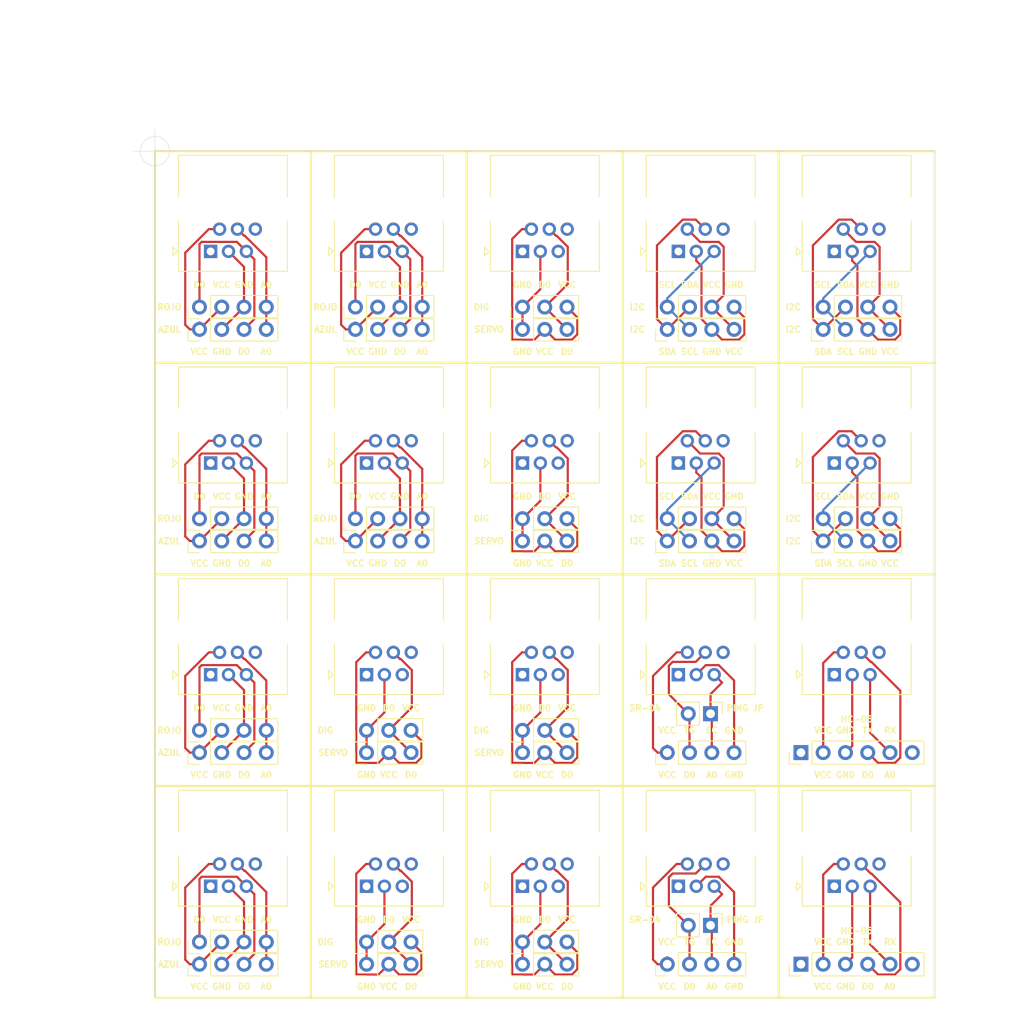
<source format=kicad_pcb>
(kicad_pcb (version 20171130) (host pcbnew 5.1.5+dfsg1-2build2)
  (layers (0 F.Cu signal) (31 B.Cu signal) (34 B.Paste user) (35 F.Paste user) (36 B.SilkS user) (37 F.SilkS user) (38 B.Mask user) (39 F.Mask user) (44 Edge.Cuts user))
  (net 0 "")
  (net 1 /D0)
  (net 2 /GND)
  (net 3 /VCC)
  (net 4 "Net-(J1-Pad5)")
  (net 5 /A0)
  (net 6 "Net-(J1-Pad2)")
  (net 7 "Net-(J1-Pad3)")
  (module Connector_PinHeader_2.54mm:PinHeader_1x06_P2.54mm_Vertical (layer F.Cu) (at 137.16 148.59 90)
    (fp_text reference J2 hide)
    (fp_text value HC-05)
    (pad 1 thru_hole rect (at 0 0 90) (size 1.7 1.7) (drill 1) (layers *.Cu *.Mask))
    (pad 2 thru_hole oval (at 0 2.54 90) (size 1.7 1.7) (drill 1) (layers *.Cu *.Mask) (net 3 /VCC))
    (pad 3 thru_hole oval (at 0 5.08 90) (size 1.7 1.7) (drill 1) (layers *.Cu *.Mask) (net 2 /GND))
    (pad 4 thru_hole oval (at 0 7.62 90) (size 1.7 1.7) (drill 1) (layers *.Cu *.Mask) (net 1 /D0))
    (pad 5 thru_hole oval (at 0 10.16 90) (size 1.7 1.7) (drill 1) (layers *.Cu *.Mask) (net 5 /A0))
    (pad 6 thru_hole oval (at 0 12.7 90) (size 1.7 1.7) (drill 1) (layers *.Cu *.Mask))
  )
  (module Connector_RJ:RJ25_Wayconn_MJEA-660X1_Horizontal (layer F.Cu) (at 140.97 139.7 180)
    (fp_text reference J1 hide)
    (fp_text value RJ9)
    (pad 1 thru_hole rect (at 0 0 180) (size 1.52 1.52) (drill 0.9) (layers *.Cu *.Mask))
    (pad 2 thru_hole circle (at -1.02 2.54 180) (size 1.52 1.52) (drill 0.9) (layers *.Cu *.Mask) (net 3 /VCC))
    (pad 3 thru_hole circle (at -2.04 0 180) (size 1.52 1.52) (drill 0.9) (layers *.Cu *.Mask) (net 2 /GND))
    (pad 4 thru_hole circle (at -3.06 2.54 180) (size 1.52 1.52) (drill 0.9) (layers *.Cu *.Mask) (net 1 /D0))
    (pad 5 thru_hole circle (at -4.08 0 180) (size 1.52 1.52) (drill 0.9) (layers *.Cu *.Mask) (net 5 /A0))
    (pad 6 thru_hole circle (at -5.1 2.54 180) (size 1.52 1.52) (drill 0.9) (layers *.Cu *.Mask))
    (pad "" np_thru_hole circle (at 3.45 4.84 180) (size 2.3 2.3) (drill 2.3) (layers *.Cu *.Mask))
    (pad "" np_thru_hole circle (at -8.55 4.84 180) (size 2.3 2.3) (drill 2.3) (layers *.Cu *.Mask))
  )
  (module Connector_RJ:RJ25_Wayconn_MJEA-660X1_Horizontal (layer F.Cu) (at 123.19 139.7 180)
    (fp_text reference J1 hide)
    (fp_text value RJ9)
    (pad 1 thru_hole rect (at 0 0 180) (size 1.52 1.52) (drill 0.9) (layers *.Cu *.Mask))
    (pad 2 thru_hole circle (at -1.02 2.54 180) (size 1.52 1.52) (drill 0.9) (layers *.Cu *.Mask) (net 3 /VCC))
    (pad 3 thru_hole circle (at -2.04 0 180) (size 1.52 1.52) (drill 0.9) (layers *.Cu *.Mask) (net 2 /GND))
    (pad 4 thru_hole circle (at -3.06 2.54 180) (size 1.52 1.52) (drill 0.9) (layers *.Cu *.Mask) (net 1 /D0))
    (pad 5 thru_hole circle (at -4.08 0 180) (size 1.52 1.52) (drill 0.9) (layers *.Cu *.Mask) (net 5 /A0))
    (pad 6 thru_hole circle (at -5.1 2.54 180) (size 1.52 1.52) (drill 0.9) (layers *.Cu *.Mask))
    (pad "" np_thru_hole circle (at 3.45 4.84 180) (size 2.3 2.3) (drill 2.3) (layers *.Cu *.Mask))
    (pad "" np_thru_hole circle (at -8.55 4.84 180) (size 2.3 2.3) (drill 2.3) (layers *.Cu *.Mask))
  )
  (module Connector_PinHeader_2.54mm:PinHeader_1x04_P2.54mm_Vertical (layer F.Cu) (at 121.92 148.59 90)
    (fp_text reference J2 hide)
    (fp_text value Conn_01x04)
    (pad 1 thru_hole circle (at 0 0 90) (size 1.7 1.7) (drill 1) (layers *.Cu *.Mask) (net 3 /VCC))
    (pad 2 thru_hole oval (at 0 2.54 90) (size 1.7 1.7) (drill 1) (layers *.Cu *.Mask) (net 1 /D0))
    (pad 3 thru_hole oval (at 0 5.08 90) (size 1.7 1.7) (drill 1) (layers *.Cu *.Mask) (net 5 /A0))
    (pad 4 thru_hole oval (at 0 7.62 90) (size 1.7 1.7) (drill 1) (layers *.Cu *.Mask) (net 2 /GND))
  )
  (module Connector_PinHeader_2.54mm:PinHeader_1x02_P2.54mm_Vertical (layer F.Cu) (at 126.856531 144.156812 270)
    (fp_text reference JP1 hide)
    (fp_text value Jumper)
    (pad 1 thru_hole rect (at 0 0 270) (size 1.7 1.7) (drill 1) (layers *.Cu *.Mask) (net 5 /A0))
    (pad 2 thru_hole oval (at 0 2.54 270) (size 1.7 1.7) (drill 1) (layers *.Cu *.Mask) (net 1 /D0))
  )
  (module Connector_PinHeader_2.54mm:PinHeader_1x04_P2.54mm_Vertical (layer F.Cu) (at 139.7 97.79 90)
    (fp_text reference J3 hide)
    (fp_text value Conn_01x04)
    (pad 4 thru_hole oval (at 0 7.62 90) (size 1.7 1.7) (drill 1) (layers *.Cu *.Mask) (net 7 "Net-(J1-Pad3)"))
    (pad 3 thru_hole oval (at 0 5.08 90) (size 1.7 1.7) (drill 1) (layers *.Cu *.Mask) (net 6 "Net-(J1-Pad2)"))
    (pad 2 thru_hole oval (at 0 2.54 90) (size 1.7 1.7) (drill 1) (layers *.Cu *.Mask) (net 1 /D0))
    (pad 1 thru_hole circle (at 0 0 90) (size 1.7 1.7) (drill 1) (layers *.Cu *.Mask) (net 5 /A0))
  )
  (module Connector_RJ:RJ25_Wayconn_MJEA-660X1_Horizontal (layer F.Cu) (at 140.97 91.44 180)
    (fp_text reference J1 hide)
    (fp_text value RJ9)
    (pad "" np_thru_hole circle (at -8.55 4.84 180) (size 2.3 2.3) (drill 2.3) (layers *.Cu *.Mask))
    (pad "" np_thru_hole circle (at 3.45 4.84 180) (size 2.3 2.3) (drill 2.3) (layers *.Cu *.Mask))
    (pad 6 thru_hole circle (at -5.1 2.54 180) (size 1.52 1.52) (drill 0.9) (layers *.Cu *.Mask))
    (pad 5 thru_hole circle (at -4.08 0 180) (size 1.52 1.52) (drill 0.9) (layers *.Cu *.Mask) (net 5 /A0))
    (pad 4 thru_hole circle (at -3.06 2.54 180) (size 1.52 1.52) (drill 0.9) (layers *.Cu *.Mask) (net 1 /D0))
    (pad 3 thru_hole circle (at -2.04 0 180) (size 1.52 1.52) (drill 0.9) (layers *.Cu *.Mask) (net 7 "Net-(J1-Pad3)"))
    (pad 2 thru_hole circle (at -1.02 2.54 180) (size 1.52 1.52) (drill 0.9) (layers *.Cu *.Mask) (net 6 "Net-(J1-Pad2)"))
    (pad 1 thru_hole rect (at 0 0 180) (size 1.52 1.52) (drill 0.9) (layers *.Cu *.Mask))
  )
  (module Connector_PinHeader_2.54mm:PinHeader_1x04_P2.54mm_Vertical (layer F.Cu) (at 139.7 100.33 90)
    (fp_text reference J2 hide)
    (fp_text value Conn_01x04)
    (pad 4 thru_hole oval (at 0 7.62 90) (size 1.7 1.7) (drill 1) (layers *.Cu *.Mask) (net 6 "Net-(J1-Pad2)"))
    (pad 3 thru_hole oval (at 0 5.08 90) (size 1.7 1.7) (drill 1) (layers *.Cu *.Mask) (net 7 "Net-(J1-Pad3)"))
    (pad 2 thru_hole oval (at 0 2.54 90) (size 1.7 1.7) (drill 1) (layers *.Cu *.Mask) (net 5 /A0))
    (pad 1 thru_hole circle (at 0 0 90) (size 1.7 1.7) (drill 1) (layers *.Cu *.Mask) (net 1 /D0))
  )
  (module Connector_PinHeader_2.54mm:PinHeader_1x04_P2.54mm_Vertical (layer F.Cu) (at 121.92 100.33 90)
    (fp_text reference J2 hide)
    (fp_text value Conn_01x04)
    (pad 1 thru_hole circle (at 0 0 90) (size 1.7 1.7) (drill 1) (layers *.Cu *.Mask) (net 1 /D0))
    (pad 2 thru_hole oval (at 0 2.54 90) (size 1.7 1.7) (drill 1) (layers *.Cu *.Mask) (net 5 /A0))
    (pad 3 thru_hole oval (at 0 5.08 90) (size 1.7 1.7) (drill 1) (layers *.Cu *.Mask) (net 7 "Net-(J1-Pad3)"))
    (pad 4 thru_hole oval (at 0 7.62 90) (size 1.7 1.7) (drill 1) (layers *.Cu *.Mask) (net 6 "Net-(J1-Pad2)"))
  )
  (module Connector_PinHeader_2.54mm:PinHeader_1x04_P2.54mm_Vertical (layer F.Cu) (at 121.92 97.79 90)
    (fp_text reference J3 hide)
    (fp_text value Conn_01x04)
    (pad 1 thru_hole circle (at 0 0 90) (size 1.7 1.7) (drill 1) (layers *.Cu *.Mask) (net 5 /A0))
    (pad 2 thru_hole oval (at 0 2.54 90) (size 1.7 1.7) (drill 1) (layers *.Cu *.Mask) (net 1 /D0))
    (pad 3 thru_hole oval (at 0 5.08 90) (size 1.7 1.7) (drill 1) (layers *.Cu *.Mask) (net 6 "Net-(J1-Pad2)"))
    (pad 4 thru_hole oval (at 0 7.62 90) (size 1.7 1.7) (drill 1) (layers *.Cu *.Mask) (net 7 "Net-(J1-Pad3)"))
  )
  (module Connector_RJ:RJ25_Wayconn_MJEA-660X1_Horizontal (layer F.Cu) (at 123.19 91.44 180)
    (fp_text reference J1 hide)
    (fp_text value RJ9)
    (pad 1 thru_hole rect (at 0 0 180) (size 1.52 1.52) (drill 0.9) (layers *.Cu *.Mask))
    (pad 2 thru_hole circle (at -1.02 2.54 180) (size 1.52 1.52) (drill 0.9) (layers *.Cu *.Mask) (net 6 "Net-(J1-Pad2)"))
    (pad 3 thru_hole circle (at -2.04 0 180) (size 1.52 1.52) (drill 0.9) (layers *.Cu *.Mask) (net 7 "Net-(J1-Pad3)"))
    (pad 4 thru_hole circle (at -3.06 2.54 180) (size 1.52 1.52) (drill 0.9) (layers *.Cu *.Mask) (net 1 /D0))
    (pad 5 thru_hole circle (at -4.08 0 180) (size 1.52 1.52) (drill 0.9) (layers *.Cu *.Mask) (net 5 /A0))
    (pad 6 thru_hole circle (at -5.1 2.54 180) (size 1.52 1.52) (drill 0.9) (layers *.Cu *.Mask))
    (pad "" np_thru_hole circle (at 3.45 4.84 180) (size 2.3 2.3) (drill 2.3) (layers *.Cu *.Mask))
    (pad "" np_thru_hole circle (at -8.55 4.84 180) (size 2.3 2.3) (drill 2.3) (layers *.Cu *.Mask))
  )
  (module Connector_RJ:RJ25_Wayconn_MJEA-660X1_Horizontal (layer F.Cu) (at 140.97 67.31 180)
    (fp_text reference J1 hide)
    (fp_text value RJ9)
    (pad "" np_thru_hole circle (at -8.55 4.84 180) (size 2.3 2.3) (drill 2.3) (layers *.Cu *.Mask))
    (pad "" np_thru_hole circle (at 3.45 4.84 180) (size 2.3 2.3) (drill 2.3) (layers *.Cu *.Mask))
    (pad 6 thru_hole circle (at -5.1 2.54 180) (size 1.52 1.52) (drill 0.9) (layers *.Cu *.Mask))
    (pad 5 thru_hole circle (at -4.08 0 180) (size 1.52 1.52) (drill 0.9) (layers *.Cu *.Mask) (net 5 /A0))
    (pad 4 thru_hole circle (at -3.06 2.54 180) (size 1.52 1.52) (drill 0.9) (layers *.Cu *.Mask) (net 1 /D0))
    (pad 3 thru_hole circle (at -2.04 0 180) (size 1.52 1.52) (drill 0.9) (layers *.Cu *.Mask) (net 7 "Net-(J1-Pad3)"))
    (pad 2 thru_hole circle (at -1.02 2.54 180) (size 1.52 1.52) (drill 0.9) (layers *.Cu *.Mask) (net 6 "Net-(J1-Pad2)"))
    (pad 1 thru_hole rect (at 0 0 180) (size 1.52 1.52) (drill 0.9) (layers *.Cu *.Mask))
  )
  (module Connector_PinHeader_2.54mm:PinHeader_1x04_P2.54mm_Vertical (layer F.Cu) (at 139.7 76.2 90)
    (fp_text reference J2 hide)
    (fp_text value Conn_01x04)
    (pad 4 thru_hole oval (at 0 7.62 90) (size 1.7 1.7) (drill 1) (layers *.Cu *.Mask) (net 6 "Net-(J1-Pad2)"))
    (pad 3 thru_hole oval (at 0 5.08 90) (size 1.7 1.7) (drill 1) (layers *.Cu *.Mask) (net 7 "Net-(J1-Pad3)"))
    (pad 2 thru_hole oval (at 0 2.54 90) (size 1.7 1.7) (drill 1) (layers *.Cu *.Mask) (net 5 /A0))
    (pad 1 thru_hole circle (at 0 0 90) (size 1.7 1.7) (drill 1) (layers *.Cu *.Mask) (net 1 /D0))
  )
  (module Connector_PinHeader_2.54mm:PinHeader_1x04_P2.54mm_Vertical (layer F.Cu) (at 139.7 73.66 90)
    (fp_text reference J3 hide)
    (fp_text value Conn_01x04)
    (pad 4 thru_hole oval (at 0 7.62 90) (size 1.7 1.7) (drill 1) (layers *.Cu *.Mask) (net 7 "Net-(J1-Pad3)"))
    (pad 3 thru_hole oval (at 0 5.08 90) (size 1.7 1.7) (drill 1) (layers *.Cu *.Mask) (net 6 "Net-(J1-Pad2)"))
    (pad 2 thru_hole oval (at 0 2.54 90) (size 1.7 1.7) (drill 1) (layers *.Cu *.Mask) (net 1 /D0))
    (pad 1 thru_hole circle (at 0 0 90) (size 1.7 1.7) (drill 1) (layers *.Cu *.Mask) (net 5 /A0))
  )
  (module Connector_PinHeader_2.54mm:PinHeader_1x04_P2.54mm_Vertical (layer F.Cu) (at 121.92 73.66 90)
    (fp_text reference J3 hide)
    (fp_text value Conn_01x04)
    (pad 1 thru_hole circle (at 0 0 90) (size 1.7 1.7) (drill 1) (layers *.Cu *.Mask) (net 5 /A0))
    (pad 2 thru_hole oval (at 0 2.54 90) (size 1.7 1.7) (drill 1) (layers *.Cu *.Mask) (net 1 /D0))
    (pad 3 thru_hole oval (at 0 5.08 90) (size 1.7 1.7) (drill 1) (layers *.Cu *.Mask) (net 6 "Net-(J1-Pad2)"))
    (pad 4 thru_hole oval (at 0 7.62 90) (size 1.7 1.7) (drill 1) (layers *.Cu *.Mask) (net 7 "Net-(J1-Pad3)"))
  )
  (module Connector_PinHeader_2.54mm:PinHeader_1x04_P2.54mm_Vertical (layer F.Cu) (at 121.92 76.2 90)
    (fp_text reference J2 hide)
    (fp_text value Conn_01x04)
    (pad 1 thru_hole circle (at 0 0 90) (size 1.7 1.7) (drill 1) (layers *.Cu *.Mask) (net 1 /D0))
    (pad 2 thru_hole oval (at 0 2.54 90) (size 1.7 1.7) (drill 1) (layers *.Cu *.Mask) (net 5 /A0))
    (pad 3 thru_hole oval (at 0 5.08 90) (size 1.7 1.7) (drill 1) (layers *.Cu *.Mask) (net 7 "Net-(J1-Pad3)"))
    (pad 4 thru_hole oval (at 0 7.62 90) (size 1.7 1.7) (drill 1) (layers *.Cu *.Mask) (net 6 "Net-(J1-Pad2)"))
  )
  (module Connector_RJ:RJ25_Wayconn_MJEA-660X1_Horizontal (layer F.Cu) (at 123.19 67.31 180)
    (fp_text reference J1 hide)
    (fp_text value RJ9)
    (pad 1 thru_hole rect (at 0 0 180) (size 1.52 1.52) (drill 0.9) (layers *.Cu *.Mask))
    (pad 2 thru_hole circle (at -1.02 2.54 180) (size 1.52 1.52) (drill 0.9) (layers *.Cu *.Mask) (net 6 "Net-(J1-Pad2)"))
    (pad 3 thru_hole circle (at -2.04 0 180) (size 1.52 1.52) (drill 0.9) (layers *.Cu *.Mask) (net 7 "Net-(J1-Pad3)"))
    (pad 4 thru_hole circle (at -3.06 2.54 180) (size 1.52 1.52) (drill 0.9) (layers *.Cu *.Mask) (net 1 /D0))
    (pad 5 thru_hole circle (at -4.08 0 180) (size 1.52 1.52) (drill 0.9) (layers *.Cu *.Mask) (net 5 /A0))
    (pad 6 thru_hole circle (at -5.1 2.54 180) (size 1.52 1.52) (drill 0.9) (layers *.Cu *.Mask))
    (pad "" np_thru_hole circle (at 3.45 4.84 180) (size 2.3 2.3) (drill 2.3) (layers *.Cu *.Mask))
    (pad "" np_thru_hole circle (at -8.55 4.84 180) (size 2.3 2.3) (drill 2.3) (layers *.Cu *.Mask))
  )
  (module Connector_PinHeader_2.54mm:PinHeader_1x03_P2.54mm_Vertical (layer F.Cu) (at 105.41 146.05 90)
    (fp_text reference J2 hide)
    (fp_text value Sal_Digitales)
    (pad 3 thru_hole oval (at 0 5.08 90) (size 1.7 1.7) (drill 1) (layers *.Cu *.Mask) (net 3 /VCC))
    (pad 2 thru_hole oval (at 0 2.54 90) (size 1.7 1.7) (drill 1) (layers *.Cu *.Mask) (net 1 /D0))
    (pad 1 thru_hole circle (at 0 0 90) (size 1.7 1.7) (drill 1) (layers *.Cu *.Mask) (net 2 /GND))
  )
  (module Connector_RJ:RJ25_Wayconn_MJEA-660X1_Horizontal (layer F.Cu) (at 105.41 139.7 180)
    (fp_text reference J1 hide)
    (fp_text value RJ9)
    (pad "" np_thru_hole circle (at -8.55 4.84 180) (size 2.3 2.3) (drill 2.3) (layers *.Cu *.Mask))
    (pad "" np_thru_hole circle (at 3.45 4.84 180) (size 2.3 2.3) (drill 2.3) (layers *.Cu *.Mask))
    (pad 6 thru_hole circle (at -5.1 2.54 180) (size 1.52 1.52) (drill 0.9) (layers *.Cu *.Mask))
    (pad 5 thru_hole circle (at -4.08 0 180) (size 1.52 1.52) (drill 0.9) (layers *.Cu *.Mask))
    (pad 4 thru_hole circle (at -3.06 2.54 180) (size 1.52 1.52) (drill 0.9) (layers *.Cu *.Mask) (net 1 /D0))
    (pad 3 thru_hole circle (at -2.04 0 180) (size 1.52 1.52) (drill 0.9) (layers *.Cu *.Mask) (net 2 /GND))
    (pad 2 thru_hole circle (at -1.02 2.54 180) (size 1.52 1.52) (drill 0.9) (layers *.Cu *.Mask) (net 3 /VCC))
    (pad 1 thru_hole rect (at 0 0 180) (size 1.52 1.52) (drill 0.9) (layers *.Cu *.Mask))
  )
  (module Connector_PinHeader_2.54mm:PinHeader_1x03_P2.54mm_Vertical (layer F.Cu) (at 105.41 148.59 90)
    (fp_text reference J3 hide)
    (fp_text value Servo)
    (pad 3 thru_hole oval (at 0 5.08 90) (size 1.7 1.7) (drill 1) (layers *.Cu *.Mask) (net 1 /D0))
    (pad 2 thru_hole oval (at 0 2.54 90) (size 1.7 1.7) (drill 1) (layers *.Cu *.Mask) (net 3 /VCC))
    (pad 1 thru_hole circle (at 0 0 90) (size 1.7 1.7) (drill 1) (layers *.Cu *.Mask) (net 2 /GND))
  )
  (module Connector_PinHeader_2.54mm:PinHeader_1x03_P2.54mm_Vertical (layer F.Cu) (at 87.63 146.05 90)
    (fp_text reference J2 hide)
    (fp_text value Sal_Digitales)
    (pad 1 thru_hole circle (at 0 0 90) (size 1.7 1.7) (drill 1) (layers *.Cu *.Mask) (net 2 /GND))
    (pad 2 thru_hole oval (at 0 2.54 90) (size 1.7 1.7) (drill 1) (layers *.Cu *.Mask) (net 1 /D0))
    (pad 3 thru_hole oval (at 0 5.08 90) (size 1.7 1.7) (drill 1) (layers *.Cu *.Mask) (net 3 /VCC))
  )
  (module Connector_RJ:RJ25_Wayconn_MJEA-660X1_Horizontal (layer F.Cu) (at 87.63 139.7 180)
    (fp_text reference J1 hide)
    (fp_text value RJ9)
    (pad 1 thru_hole rect (at 0 0 180) (size 1.52 1.52) (drill 0.9) (layers *.Cu *.Mask))
    (pad 2 thru_hole circle (at -1.02 2.54 180) (size 1.52 1.52) (drill 0.9) (layers *.Cu *.Mask) (net 3 /VCC))
    (pad 3 thru_hole circle (at -2.04 0 180) (size 1.52 1.52) (drill 0.9) (layers *.Cu *.Mask) (net 2 /GND))
    (pad 4 thru_hole circle (at -3.06 2.54 180) (size 1.52 1.52) (drill 0.9) (layers *.Cu *.Mask) (net 1 /D0))
    (pad 5 thru_hole circle (at -4.08 0 180) (size 1.52 1.52) (drill 0.9) (layers *.Cu *.Mask))
    (pad 6 thru_hole circle (at -5.1 2.54 180) (size 1.52 1.52) (drill 0.9) (layers *.Cu *.Mask))
    (pad "" np_thru_hole circle (at 3.45 4.84 180) (size 2.3 2.3) (drill 2.3) (layers *.Cu *.Mask))
    (pad "" np_thru_hole circle (at -8.55 4.84 180) (size 2.3 2.3) (drill 2.3) (layers *.Cu *.Mask))
  )
  (module Connector_PinHeader_2.54mm:PinHeader_1x03_P2.54mm_Vertical (layer F.Cu) (at 87.63 148.59 90)
    (fp_text reference J3 hide)
    (fp_text value Servo)
    (pad 1 thru_hole circle (at 0 0 90) (size 1.7 1.7) (drill 1) (layers *.Cu *.Mask) (net 2 /GND))
    (pad 2 thru_hole oval (at 0 2.54 90) (size 1.7 1.7) (drill 1) (layers *.Cu *.Mask) (net 3 /VCC))
    (pad 3 thru_hole oval (at 0 5.08 90) (size 1.7 1.7) (drill 1) (layers *.Cu *.Mask) (net 1 /D0))
  )
  (module Connector_RJ:RJ25_Wayconn_MJEA-660X1_Horizontal (layer F.Cu) (at 105.41 115.57 180)
    (fp_text reference J1 hide)
    (fp_text value RJ9)
    (pad "" np_thru_hole circle (at -8.55 4.84 180) (size 2.3 2.3) (drill 2.3) (layers *.Cu *.Mask))
    (pad "" np_thru_hole circle (at 3.45 4.84 180) (size 2.3 2.3) (drill 2.3) (layers *.Cu *.Mask))
    (pad 6 thru_hole circle (at -5.1 2.54 180) (size 1.52 1.52) (drill 0.9) (layers *.Cu *.Mask))
    (pad 5 thru_hole circle (at -4.08 0 180) (size 1.52 1.52) (drill 0.9) (layers *.Cu *.Mask))
    (pad 4 thru_hole circle (at -3.06 2.54 180) (size 1.52 1.52) (drill 0.9) (layers *.Cu *.Mask) (net 1 /D0))
    (pad 3 thru_hole circle (at -2.04 0 180) (size 1.52 1.52) (drill 0.9) (layers *.Cu *.Mask) (net 2 /GND))
    (pad 2 thru_hole circle (at -1.02 2.54 180) (size 1.52 1.52) (drill 0.9) (layers *.Cu *.Mask) (net 3 /VCC))
    (pad 1 thru_hole rect (at 0 0 180) (size 1.52 1.52) (drill 0.9) (layers *.Cu *.Mask))
  )
  (module Connector_PinHeader_2.54mm:PinHeader_1x03_P2.54mm_Vertical (layer F.Cu) (at 105.41 121.92 90)
    (fp_text reference J2 hide)
    (fp_text value Sal_Digitales)
    (pad 3 thru_hole oval (at 0 5.08 90) (size 1.7 1.7) (drill 1) (layers *.Cu *.Mask) (net 3 /VCC))
    (pad 2 thru_hole oval (at 0 2.54 90) (size 1.7 1.7) (drill 1) (layers *.Cu *.Mask) (net 1 /D0))
    (pad 1 thru_hole circle (at 0 0 90) (size 1.7 1.7) (drill 1) (layers *.Cu *.Mask) (net 2 /GND))
  )
  (module Connector_PinHeader_2.54mm:PinHeader_1x03_P2.54mm_Vertical (layer F.Cu) (at 105.41 124.46 90)
    (fp_text reference J3 hide)
    (fp_text value Servo)
    (pad 3 thru_hole oval (at 0 5.08 90) (size 1.7 1.7) (drill 1) (layers *.Cu *.Mask) (net 1 /D0))
    (pad 2 thru_hole oval (at 0 2.54 90) (size 1.7 1.7) (drill 1) (layers *.Cu *.Mask) (net 3 /VCC))
    (pad 1 thru_hole circle (at 0 0 90) (size 1.7 1.7) (drill 1) (layers *.Cu *.Mask) (net 2 /GND))
  )
  (module Connector_PinHeader_2.54mm:PinHeader_1x03_P2.54mm_Vertical (layer F.Cu) (at 87.63 121.92 90)
    (fp_text reference J2 hide)
    (fp_text value Sal_Digitales)
    (pad 1 thru_hole circle (at 0 0 90) (size 1.7 1.7) (drill 1) (layers *.Cu *.Mask) (net 2 /GND))
    (pad 2 thru_hole oval (at 0 2.54 90) (size 1.7 1.7) (drill 1) (layers *.Cu *.Mask) (net 1 /D0))
    (pad 3 thru_hole oval (at 0 5.08 90) (size 1.7 1.7) (drill 1) (layers *.Cu *.Mask) (net 3 /VCC))
  )
  (module Connector_PinHeader_2.54mm:PinHeader_1x03_P2.54mm_Vertical (layer F.Cu) (at 87.63 124.46 90)
    (fp_text reference J3 hide)
    (fp_text value Servo)
    (pad 1 thru_hole circle (at 0 0 90) (size 1.7 1.7) (drill 1) (layers *.Cu *.Mask) (net 2 /GND))
    (pad 2 thru_hole oval (at 0 2.54 90) (size 1.7 1.7) (drill 1) (layers *.Cu *.Mask) (net 3 /VCC))
    (pad 3 thru_hole oval (at 0 5.08 90) (size 1.7 1.7) (drill 1) (layers *.Cu *.Mask) (net 1 /D0))
  )
  (module Connector_RJ:RJ25_Wayconn_MJEA-660X1_Horizontal (layer F.Cu) (at 87.63 115.57 180)
    (fp_text reference J1 hide)
    (fp_text value RJ9)
    (pad 1 thru_hole rect (at 0 0 180) (size 1.52 1.52) (drill 0.9) (layers *.Cu *.Mask))
    (pad 2 thru_hole circle (at -1.02 2.54 180) (size 1.52 1.52) (drill 0.9) (layers *.Cu *.Mask) (net 3 /VCC))
    (pad 3 thru_hole circle (at -2.04 0 180) (size 1.52 1.52) (drill 0.9) (layers *.Cu *.Mask) (net 2 /GND))
    (pad 4 thru_hole circle (at -3.06 2.54 180) (size 1.52 1.52) (drill 0.9) (layers *.Cu *.Mask) (net 1 /D0))
    (pad 5 thru_hole circle (at -4.08 0 180) (size 1.52 1.52) (drill 0.9) (layers *.Cu *.Mask))
    (pad 6 thru_hole circle (at -5.1 2.54 180) (size 1.52 1.52) (drill 0.9) (layers *.Cu *.Mask))
    (pad "" np_thru_hole circle (at 3.45 4.84 180) (size 2.3 2.3) (drill 2.3) (layers *.Cu *.Mask))
    (pad "" np_thru_hole circle (at -8.55 4.84 180) (size 2.3 2.3) (drill 2.3) (layers *.Cu *.Mask))
  )
  (module Connector_PinHeader_2.54mm:PinHeader_1x03_P2.54mm_Vertical (layer F.Cu) (at 105.41 100.33 90)
    (fp_text reference J3 hide)
    (fp_text value Servo)
    (pad 3 thru_hole oval (at 0 5.08 90) (size 1.7 1.7) (drill 1) (layers *.Cu *.Mask) (net 1 /D0))
    (pad 2 thru_hole oval (at 0 2.54 90) (size 1.7 1.7) (drill 1) (layers *.Cu *.Mask) (net 3 /VCC))
    (pad 1 thru_hole circle (at 0 0 90) (size 1.7 1.7) (drill 1) (layers *.Cu *.Mask) (net 2 /GND))
  )
  (module Connector_RJ:RJ25_Wayconn_MJEA-660X1_Horizontal (layer F.Cu) (at 105.41 91.44 180)
    (fp_text reference J1 hide)
    (fp_text value RJ9)
    (pad "" np_thru_hole circle (at -8.55 4.84 180) (size 2.3 2.3) (drill 2.3) (layers *.Cu *.Mask))
    (pad "" np_thru_hole circle (at 3.45 4.84 180) (size 2.3 2.3) (drill 2.3) (layers *.Cu *.Mask))
    (pad 6 thru_hole circle (at -5.1 2.54 180) (size 1.52 1.52) (drill 0.9) (layers *.Cu *.Mask))
    (pad 5 thru_hole circle (at -4.08 0 180) (size 1.52 1.52) (drill 0.9) (layers *.Cu *.Mask))
    (pad 4 thru_hole circle (at -3.06 2.54 180) (size 1.52 1.52) (drill 0.9) (layers *.Cu *.Mask) (net 1 /D0))
    (pad 3 thru_hole circle (at -2.04 0 180) (size 1.52 1.52) (drill 0.9) (layers *.Cu *.Mask) (net 2 /GND))
    (pad 2 thru_hole circle (at -1.02 2.54 180) (size 1.52 1.52) (drill 0.9) (layers *.Cu *.Mask) (net 3 /VCC))
    (pad 1 thru_hole rect (at 0 0 180) (size 1.52 1.52) (drill 0.9) (layers *.Cu *.Mask))
  )
  (module Connector_PinHeader_2.54mm:PinHeader_1x03_P2.54mm_Vertical (layer F.Cu) (at 105.41 97.79 90)
    (fp_text reference J2 hide)
    (fp_text value Sal_Digitales)
    (pad 3 thru_hole oval (at 0 5.08 90) (size 1.7 1.7) (drill 1) (layers *.Cu *.Mask) (net 3 /VCC))
    (pad 2 thru_hole oval (at 0 2.54 90) (size 1.7 1.7) (drill 1) (layers *.Cu *.Mask) (net 1 /D0))
    (pad 1 thru_hole circle (at 0 0 90) (size 1.7 1.7) (drill 1) (layers *.Cu *.Mask) (net 2 /GND))
  )
  (module Connector_PinHeader_2.54mm:PinHeader_1x03_P2.54mm_Vertical (layer F.Cu) (at 105.41 76.2 90)
    (fp_text reference J3 hide)
    (fp_text value Servo)
    (pad 1 thru_hole circle (at 0 0 90) (size 1.7 1.7) (drill 1) (layers *.Cu *.Mask) (net 2 /GND))
    (pad 2 thru_hole oval (at 0 2.54 90) (size 1.7 1.7) (drill 1) (layers *.Cu *.Mask) (net 3 /VCC))
    (pad 3 thru_hole oval (at 0 5.08 90) (size 1.7 1.7) (drill 1) (layers *.Cu *.Mask) (net 1 /D0))
  )
  (module Connector_PinHeader_2.54mm:PinHeader_1x03_P2.54mm_Vertical (layer F.Cu) (at 105.41 73.66 90)
    (fp_text reference J2 hide)
    (fp_text value Sal_Digitales)
    (pad 1 thru_hole circle (at 0 0 90) (size 1.7 1.7) (drill 1) (layers *.Cu *.Mask) (net 2 /GND))
    (pad 2 thru_hole oval (at 0 2.54 90) (size 1.7 1.7) (drill 1) (layers *.Cu *.Mask) (net 1 /D0))
    (pad 3 thru_hole oval (at 0 5.08 90) (size 1.7 1.7) (drill 1) (layers *.Cu *.Mask) (net 3 /VCC))
  )
  (module Connector_RJ:RJ25_Wayconn_MJEA-660X1_Horizontal (layer F.Cu) (at 105.41 67.31 180)
    (fp_text reference J1 hide)
    (fp_text value RJ9)
    (pad 1 thru_hole rect (at 0 0 180) (size 1.52 1.52) (drill 0.9) (layers *.Cu *.Mask))
    (pad 2 thru_hole circle (at -1.02 2.54 180) (size 1.52 1.52) (drill 0.9) (layers *.Cu *.Mask) (net 3 /VCC))
    (pad 3 thru_hole circle (at -2.04 0 180) (size 1.52 1.52) (drill 0.9) (layers *.Cu *.Mask) (net 2 /GND))
    (pad 4 thru_hole circle (at -3.06 2.54 180) (size 1.52 1.52) (drill 0.9) (layers *.Cu *.Mask) (net 1 /D0))
    (pad 5 thru_hole circle (at -4.08 0 180) (size 1.52 1.52) (drill 0.9) (layers *.Cu *.Mask))
    (pad 6 thru_hole circle (at -5.1 2.54 180) (size 1.52 1.52) (drill 0.9) (layers *.Cu *.Mask))
    (pad "" np_thru_hole circle (at 3.45 4.84 180) (size 2.3 2.3) (drill 2.3) (layers *.Cu *.Mask))
    (pad "" np_thru_hole circle (at -8.55 4.84 180) (size 2.3 2.3) (drill 2.3) (layers *.Cu *.Mask))
  )
  (module Connector_PinHeader_2.54mm:PinHeader_1x04_P2.54mm_Vertical (layer F.Cu) (at 86.36 97.79 90)
    (fp_text reference J3 hide)
    (fp_text value Conn_01x04)
    (pad 1 thru_hole circle (at 0 0 90) (size 1.7 1.7) (drill 1) (layers *.Cu *.Mask) (net 4 "Net-(J1-Pad5)"))
    (pad 2 thru_hole oval (at 0 2.54 90) (size 1.7 1.7) (drill 1) (layers *.Cu *.Mask) (net 3 /VCC))
    (pad 3 thru_hole oval (at 0 5.08 90) (size 1.7 1.7) (drill 1) (layers *.Cu *.Mask) (net 2 /GND))
    (pad 4 thru_hole oval (at 0 7.62 90) (size 1.7 1.7) (drill 1) (layers *.Cu *.Mask) (net 1 /D0))
  )
  (module Connector_RJ:RJ25_Wayconn_MJEA-660X1_Horizontal (layer F.Cu) (at 87.63 91.44 180)
    (fp_text reference J1 hide)
    (fp_text value RJ9)
    (pad 1 thru_hole rect (at 0 0 180) (size 1.52 1.52) (drill 0.9) (layers *.Cu *.Mask))
    (pad 2 thru_hole circle (at -1.02 2.54 180) (size 1.52 1.52) (drill 0.9) (layers *.Cu *.Mask) (net 3 /VCC))
    (pad 3 thru_hole circle (at -2.04 0 180) (size 1.52 1.52) (drill 0.9) (layers *.Cu *.Mask) (net 2 /GND))
    (pad 4 thru_hole circle (at -3.06 2.54 180) (size 1.52 1.52) (drill 0.9) (layers *.Cu *.Mask) (net 1 /D0))
    (pad 5 thru_hole circle (at -4.08 0 180) (size 1.52 1.52) (drill 0.9) (layers *.Cu *.Mask) (net 4 "Net-(J1-Pad5)"))
    (pad 6 thru_hole circle (at -5.1 2.54 180) (size 1.52 1.52) (drill 0.9) (layers *.Cu *.Mask))
    (pad "" np_thru_hole circle (at 3.45 4.84 180) (size 2.3 2.3) (drill 2.3) (layers *.Cu *.Mask))
    (pad "" np_thru_hole circle (at -8.55 4.84 180) (size 2.3 2.3) (drill 2.3) (layers *.Cu *.Mask))
  )
  (module Connector_PinHeader_2.54mm:PinHeader_1x04_P2.54mm_Vertical (layer F.Cu) (at 86.36 100.33 90)
    (fp_text reference J2 hide)
    (fp_text value Conn_01x04)
    (pad 1 thru_hole circle (at 0 0 90) (size 1.7 1.7) (drill 1) (layers *.Cu *.Mask) (net 3 /VCC))
    (pad 2 thru_hole oval (at 0 2.54 90) (size 1.7 1.7) (drill 1) (layers *.Cu *.Mask) (net 2 /GND))
    (pad 3 thru_hole oval (at 0 5.08 90) (size 1.7 1.7) (drill 1) (layers *.Cu *.Mask) (net 4 "Net-(J1-Pad5)"))
    (pad 4 thru_hole oval (at 0 7.62 90) (size 1.7 1.7) (drill 1) (layers *.Cu *.Mask) (net 1 /D0))
  )
  (module Connector_PinHeader_2.54mm:PinHeader_1x04_P2.54mm_Vertical (layer F.Cu) (at 68.58 148.59 90)
    (fp_text reference J2 hide)
    (fp_text value Conn_01x04)
    (pad 4 thru_hole oval (at 0 7.62 90) (size 1.7 1.7) (drill 1) (layers *.Cu *.Mask) (net 1 /D0))
    (pad 3 thru_hole oval (at 0 5.08 90) (size 1.7 1.7) (drill 1) (layers *.Cu *.Mask) (net 4 "Net-(J1-Pad5)"))
    (pad 2 thru_hole oval (at 0 2.54 90) (size 1.7 1.7) (drill 1) (layers *.Cu *.Mask) (net 2 /GND))
    (pad 1 thru_hole circle (at 0 0 90) (size 1.7 1.7) (drill 1) (layers *.Cu *.Mask) (net 3 /VCC))
  )
  (module Connector_RJ:RJ25_Wayconn_MJEA-660X1_Horizontal (layer F.Cu) (at 69.85 139.7 180)
    (fp_text reference J1 hide)
    (fp_text value RJ9)
    (pad "" np_thru_hole circle (at -8.55 4.84 180) (size 2.3 2.3) (drill 2.3) (layers *.Cu *.Mask))
    (pad "" np_thru_hole circle (at 3.45 4.84 180) (size 2.3 2.3) (drill 2.3) (layers *.Cu *.Mask))
    (pad 6 thru_hole circle (at -5.1 2.54 180) (size 1.52 1.52) (drill 0.9) (layers *.Cu *.Mask))
    (pad 5 thru_hole circle (at -4.08 0 180) (size 1.52 1.52) (drill 0.9) (layers *.Cu *.Mask) (net 4 "Net-(J1-Pad5)"))
    (pad 4 thru_hole circle (at -3.06 2.54 180) (size 1.52 1.52) (drill 0.9) (layers *.Cu *.Mask) (net 1 /D0))
    (pad 3 thru_hole circle (at -2.04 0 180) (size 1.52 1.52) (drill 0.9) (layers *.Cu *.Mask) (net 2 /GND))
    (pad 2 thru_hole circle (at -1.02 2.54 180) (size 1.52 1.52) (drill 0.9) (layers *.Cu *.Mask) (net 3 /VCC))
    (pad 1 thru_hole rect (at 0 0 180) (size 1.52 1.52) (drill 0.9) (layers *.Cu *.Mask))
  )
  (module Connector_PinHeader_2.54mm:PinHeader_1x04_P2.54mm_Vertical (layer F.Cu) (at 68.58 146.05 90)
    (fp_text reference J3 hide)
    (fp_text value Conn_01x04)
    (pad 4 thru_hole oval (at 0 7.62 90) (size 1.7 1.7) (drill 1) (layers *.Cu *.Mask) (net 1 /D0))
    (pad 3 thru_hole oval (at 0 5.08 90) (size 1.7 1.7) (drill 1) (layers *.Cu *.Mask) (net 2 /GND))
    (pad 2 thru_hole oval (at 0 2.54 90) (size 1.7 1.7) (drill 1) (layers *.Cu *.Mask) (net 3 /VCC))
    (pad 1 thru_hole circle (at 0 0 90) (size 1.7 1.7) (drill 1) (layers *.Cu *.Mask) (net 4 "Net-(J1-Pad5)"))
  )
  (module Connector_PinHeader_2.54mm:PinHeader_1x04_P2.54mm_Vertical (layer F.Cu) (at 68.58 124.46 90)
    (fp_text reference J2 hide)
    (fp_text value Conn_01x04)
    (pad 1 thru_hole circle (at 0 0 90) (size 1.7 1.7) (drill 1) (layers *.Cu *.Mask) (net 3 /VCC))
    (pad 2 thru_hole oval (at 0 2.54 90) (size 1.7 1.7) (drill 1) (layers *.Cu *.Mask) (net 2 /GND))
    (pad 3 thru_hole oval (at 0 5.08 90) (size 1.7 1.7) (drill 1) (layers *.Cu *.Mask) (net 4 "Net-(J1-Pad5)"))
    (pad 4 thru_hole oval (at 0 7.62 90) (size 1.7 1.7) (drill 1) (layers *.Cu *.Mask) (net 1 /D0))
  )
  (module Connector_PinHeader_2.54mm:PinHeader_1x04_P2.54mm_Vertical (layer F.Cu) (at 68.58 121.92 90)
    (fp_text reference J3 hide)
    (fp_text value Conn_01x04)
    (pad 1 thru_hole circle (at 0 0 90) (size 1.7 1.7) (drill 1) (layers *.Cu *.Mask) (net 4 "Net-(J1-Pad5)"))
    (pad 2 thru_hole oval (at 0 2.54 90) (size 1.7 1.7) (drill 1) (layers *.Cu *.Mask) (net 3 /VCC))
    (pad 3 thru_hole oval (at 0 5.08 90) (size 1.7 1.7) (drill 1) (layers *.Cu *.Mask) (net 2 /GND))
    (pad 4 thru_hole oval (at 0 7.62 90) (size 1.7 1.7) (drill 1) (layers *.Cu *.Mask) (net 1 /D0))
  )
  (module Connector_RJ:RJ25_Wayconn_MJEA-660X1_Horizontal (layer F.Cu) (at 69.85 115.57 180)
    (fp_text reference J1 hide)
    (fp_text value RJ9)
    (pad 1 thru_hole rect (at 0 0 180) (size 1.52 1.52) (drill 0.9) (layers *.Cu *.Mask))
    (pad 2 thru_hole circle (at -1.02 2.54 180) (size 1.52 1.52) (drill 0.9) (layers *.Cu *.Mask) (net 3 /VCC))
    (pad 3 thru_hole circle (at -2.04 0 180) (size 1.52 1.52) (drill 0.9) (layers *.Cu *.Mask) (net 2 /GND))
    (pad 4 thru_hole circle (at -3.06 2.54 180) (size 1.52 1.52) (drill 0.9) (layers *.Cu *.Mask) (net 1 /D0))
    (pad 5 thru_hole circle (at -4.08 0 180) (size 1.52 1.52) (drill 0.9) (layers *.Cu *.Mask) (net 4 "Net-(J1-Pad5)"))
    (pad 6 thru_hole circle (at -5.1 2.54 180) (size 1.52 1.52) (drill 0.9) (layers *.Cu *.Mask))
    (pad "" np_thru_hole circle (at 3.45 4.84 180) (size 2.3 2.3) (drill 2.3) (layers *.Cu *.Mask))
    (pad "" np_thru_hole circle (at -8.55 4.84 180) (size 2.3 2.3) (drill 2.3) (layers *.Cu *.Mask))
  )
  (module Connector_PinHeader_2.54mm:PinHeader_1x04_P2.54mm_Vertical (layer F.Cu) (at 68.58 100.33 90)
    (fp_text reference J2 hide)
    (fp_text value Conn_01x04)
    (pad 4 thru_hole oval (at 0 7.62 90) (size 1.7 1.7) (drill 1) (layers *.Cu *.Mask) (net 1 /D0))
    (pad 3 thru_hole oval (at 0 5.08 90) (size 1.7 1.7) (drill 1) (layers *.Cu *.Mask) (net 4 "Net-(J1-Pad5)"))
    (pad 2 thru_hole oval (at 0 2.54 90) (size 1.7 1.7) (drill 1) (layers *.Cu *.Mask) (net 2 /GND))
    (pad 1 thru_hole circle (at 0 0 90) (size 1.7 1.7) (drill 1) (layers *.Cu *.Mask) (net 3 /VCC))
  )
  (module Connector_RJ:RJ25_Wayconn_MJEA-660X1_Horizontal (layer F.Cu) (at 69.85 91.44 180)
    (fp_text reference J1 hide)
    (fp_text value RJ9)
    (pad "" np_thru_hole circle (at -8.55 4.84 180) (size 2.3 2.3) (drill 2.3) (layers *.Cu *.Mask))
    (pad "" np_thru_hole circle (at 3.45 4.84 180) (size 2.3 2.3) (drill 2.3) (layers *.Cu *.Mask))
    (pad 6 thru_hole circle (at -5.1 2.54 180) (size 1.52 1.52) (drill 0.9) (layers *.Cu *.Mask))
    (pad 5 thru_hole circle (at -4.08 0 180) (size 1.52 1.52) (drill 0.9) (layers *.Cu *.Mask) (net 4 "Net-(J1-Pad5)"))
    (pad 4 thru_hole circle (at -3.06 2.54 180) (size 1.52 1.52) (drill 0.9) (layers *.Cu *.Mask) (net 1 /D0))
    (pad 3 thru_hole circle (at -2.04 0 180) (size 1.52 1.52) (drill 0.9) (layers *.Cu *.Mask) (net 2 /GND))
    (pad 2 thru_hole circle (at -1.02 2.54 180) (size 1.52 1.52) (drill 0.9) (layers *.Cu *.Mask) (net 3 /VCC))
    (pad 1 thru_hole rect (at 0 0 180) (size 1.52 1.52) (drill 0.9) (layers *.Cu *.Mask))
  )
  (module Connector_PinHeader_2.54mm:PinHeader_1x04_P2.54mm_Vertical (layer F.Cu) (at 68.58 97.79 90)
    (fp_text reference J3 hide)
    (fp_text value Conn_01x04)
    (pad 4 thru_hole oval (at 0 7.62 90) (size 1.7 1.7) (drill 1) (layers *.Cu *.Mask) (net 1 /D0))
    (pad 3 thru_hole oval (at 0 5.08 90) (size 1.7 1.7) (drill 1) (layers *.Cu *.Mask) (net 2 /GND))
    (pad 2 thru_hole oval (at 0 2.54 90) (size 1.7 1.7) (drill 1) (layers *.Cu *.Mask) (net 3 /VCC))
    (pad 1 thru_hole circle (at 0 0 90) (size 1.7 1.7) (drill 1) (layers *.Cu *.Mask) (net 4 "Net-(J1-Pad5)"))
  )
  (module Connector_PinHeader_2.54mm:PinHeader_1x04_P2.54mm_Vertical (layer F.Cu) (at 86.36 73.66 90)
    (fp_text reference J3 hide)
    (fp_text value Conn_01x04)
    (pad 1 thru_hole circle (at 0 0 90) (size 1.7 1.7) (drill 1) (layers *.Cu *.Mask) (net 4 "Net-(J1-Pad5)"))
    (pad 2 thru_hole oval (at 0 2.54 90) (size 1.7 1.7) (drill 1) (layers *.Cu *.Mask) (net 3 /VCC))
    (pad 3 thru_hole oval (at 0 5.08 90) (size 1.7 1.7) (drill 1) (layers *.Cu *.Mask) (net 2 /GND))
    (pad 4 thru_hole oval (at 0 7.62 90) (size 1.7 1.7) (drill 1) (layers *.Cu *.Mask) (net 1 /D0))
  )
  (module Connector_RJ:RJ25_Wayconn_MJEA-660X1_Horizontal (layer F.Cu) (at 87.63 67.31 180)
    (fp_text reference J1 hide)
    (fp_text value RJ9)
    (pad 1 thru_hole rect (at 0 0 180) (size 1.52 1.52) (drill 0.9) (layers *.Cu *.Mask))
    (pad 2 thru_hole circle (at -1.02 2.54 180) (size 1.52 1.52) (drill 0.9) (layers *.Cu *.Mask) (net 3 /VCC))
    (pad 3 thru_hole circle (at -2.04 0 180) (size 1.52 1.52) (drill 0.9) (layers *.Cu *.Mask) (net 2 /GND))
    (pad 4 thru_hole circle (at -3.06 2.54 180) (size 1.52 1.52) (drill 0.9) (layers *.Cu *.Mask) (net 1 /D0))
    (pad 5 thru_hole circle (at -4.08 0 180) (size 1.52 1.52) (drill 0.9) (layers *.Cu *.Mask) (net 4 "Net-(J1-Pad5)"))
    (pad 6 thru_hole circle (at -5.1 2.54 180) (size 1.52 1.52) (drill 0.9) (layers *.Cu *.Mask))
    (pad "" np_thru_hole circle (at 3.45 4.84 180) (size 2.3 2.3) (drill 2.3) (layers *.Cu *.Mask))
    (pad "" np_thru_hole circle (at -8.55 4.84 180) (size 2.3 2.3) (drill 2.3) (layers *.Cu *.Mask))
  )
  (module Connector_PinHeader_2.54mm:PinHeader_1x04_P2.54mm_Vertical (layer F.Cu) (at 86.36 76.2 90)
    (fp_text reference J2 hide)
    (fp_text value Conn_01x04)
    (pad 1 thru_hole circle (at 0 0 90) (size 1.7 1.7) (drill 1) (layers *.Cu *.Mask) (net 3 /VCC))
    (pad 2 thru_hole oval (at 0 2.54 90) (size 1.7 1.7) (drill 1) (layers *.Cu *.Mask) (net 2 /GND))
    (pad 3 thru_hole oval (at 0 5.08 90) (size 1.7 1.7) (drill 1) (layers *.Cu *.Mask) (net 4 "Net-(J1-Pad5)"))
    (pad 4 thru_hole oval (at 0 7.62 90) (size 1.7 1.7) (drill 1) (layers *.Cu *.Mask) (net 1 /D0))
  )
  (module Connector_PinHeader_2.54mm:PinHeader_1x04_P2.54mm_Vertical (layer F.Cu) (at 68.58 76.2 90)
    (fp_text reference J2 hide)
    (fp_text value Conn_01x04)
    (pad 4 thru_hole oval (at 0 7.62 90) (size 1.7 1.7) (drill 1) (layers *.Cu *.Mask) (net 1 /D0))
    (pad 3 thru_hole oval (at 0 5.08 90) (size 1.7 1.7) (drill 1) (layers *.Cu *.Mask) (net 4 "Net-(J1-Pad5)"))
    (pad 2 thru_hole oval (at 0 2.54 90) (size 1.7 1.7) (drill 1) (layers *.Cu *.Mask) (net 2 /GND))
    (pad 1 thru_hole circle (at 0 0 90) (size 1.7 1.7) (drill 1) (layers *.Cu *.Mask) (net 3 /VCC))
  )
  (module Connector_PinHeader_2.54mm:PinHeader_1x04_P2.54mm_Vertical (layer F.Cu) (at 68.58 73.66 90)
    (fp_text reference J3 hide)
    (fp_text value Conn_01x04)
    (pad 4 thru_hole oval (at 0 7.62 90) (size 1.7 1.7) (drill 1) (layers *.Cu *.Mask) (net 1 /D0))
    (pad 3 thru_hole oval (at 0 5.08 90) (size 1.7 1.7) (drill 1) (layers *.Cu *.Mask) (net 2 /GND))
    (pad 2 thru_hole oval (at 0 2.54 90) (size 1.7 1.7) (drill 1) (layers *.Cu *.Mask) (net 3 /VCC))
    (pad 1 thru_hole circle (at 0 0 90) (size 1.7 1.7) (drill 1) (layers *.Cu *.Mask) (net 4 "Net-(J1-Pad5)"))
  )
  (module Connector_RJ:RJ25_Wayconn_MJEA-660X1_Horizontal (layer F.Cu) (at 69.85 67.31 180)
    (fp_text reference J1 hide)
    (fp_text value RJ9)
    (pad "" np_thru_hole circle (at -8.55 4.84 180) (size 2.3 2.3) (drill 2.3) (layers *.Cu *.Mask))
    (pad "" np_thru_hole circle (at 3.45 4.84 180) (size 2.3 2.3) (drill 2.3) (layers *.Cu *.Mask))
    (pad 6 thru_hole circle (at -5.1 2.54 180) (size 1.52 1.52) (drill 0.9) (layers *.Cu *.Mask))
    (pad 5 thru_hole circle (at -4.08 0 180) (size 1.52 1.52) (drill 0.9) (layers *.Cu *.Mask) (net 4 "Net-(J1-Pad5)"))
    (pad 4 thru_hole circle (at -3.06 2.54 180) (size 1.52 1.52) (drill 0.9) (layers *.Cu *.Mask) (net 1 /D0))
    (pad 3 thru_hole circle (at -2.04 0 180) (size 1.52 1.52) (drill 0.9) (layers *.Cu *.Mask) (net 2 /GND))
    (pad 2 thru_hole circle (at -1.02 2.54 180) (size 1.52 1.52) (drill 0.9) (layers *.Cu *.Mask) (net 3 /VCC))
    (pad 1 thru_hole rect (at 0 0 180) (size 1.52 1.52) (drill 0.9) (layers *.Cu *.Mask))
  )
  (module Connector_PinHeader_2.54mm:PinHeader_1x02_P2.54mm_Vertical (layer F.Cu) (at 126.856531 120.026812 270)
    (fp_text reference JP1 hide)
    (fp_text value Jumper)
    (pad 2 thru_hole oval (at 0 2.54 270) (size 1.7 1.7) (drill 1) (layers *.Cu *.Mask) (net 1 /D0))
    (pad 1 thru_hole rect (at 0 0 270) (size 1.7 1.7) (drill 1) (layers *.Cu *.Mask) (net 5 /A0))
  )
  (module Connector_PinHeader_2.54mm:PinHeader_1x04_P2.54mm_Vertical (layer F.Cu) (at 121.92 124.46 90)
    (fp_text reference J2 hide)
    (fp_text value Conn_01x04)
    (pad 4 thru_hole oval (at 0 7.62 90) (size 1.7 1.7) (drill 1) (layers *.Cu *.Mask) (net 2 /GND))
    (pad 3 thru_hole oval (at 0 5.08 90) (size 1.7 1.7) (drill 1) (layers *.Cu *.Mask) (net 5 /A0))
    (pad 2 thru_hole oval (at 0 2.54 90) (size 1.7 1.7) (drill 1) (layers *.Cu *.Mask) (net 1 /D0))
    (pad 1 thru_hole circle (at 0 0 90) (size 1.7 1.7) (drill 1) (layers *.Cu *.Mask) (net 3 /VCC))
  )
  (module Connector_RJ:RJ25_Wayconn_MJEA-660X1_Horizontal (layer F.Cu) (at 123.19 115.57 180)
    (fp_text reference J1 hide)
    (fp_text value RJ9)
    (pad "" np_thru_hole circle (at -8.55 4.84 180) (size 2.3 2.3) (drill 2.3) (layers *.Cu *.Mask))
    (pad "" np_thru_hole circle (at 3.45 4.84 180) (size 2.3 2.3) (drill 2.3) (layers *.Cu *.Mask))
    (pad 6 thru_hole circle (at -5.1 2.54 180) (size 1.52 1.52) (drill 0.9) (layers *.Cu *.Mask))
    (pad 5 thru_hole circle (at -4.08 0 180) (size 1.52 1.52) (drill 0.9) (layers *.Cu *.Mask) (net 5 /A0))
    (pad 4 thru_hole circle (at -3.06 2.54 180) (size 1.52 1.52) (drill 0.9) (layers *.Cu *.Mask) (net 1 /D0))
    (pad 3 thru_hole circle (at -2.04 0 180) (size 1.52 1.52) (drill 0.9) (layers *.Cu *.Mask) (net 2 /GND))
    (pad 2 thru_hole circle (at -1.02 2.54 180) (size 1.52 1.52) (drill 0.9) (layers *.Cu *.Mask) (net 3 /VCC))
    (pad 1 thru_hole rect (at 0 0 180) (size 1.52 1.52) (drill 0.9) (layers *.Cu *.Mask))
  )
  (module Connector_PinHeader_2.54mm:PinHeader_1x06_P2.54mm_Vertical (layer F.Cu) (at 137.16 124.46 90)
    (fp_text reference J2 hide)
    (fp_text value HC-05)
    (pad 6 thru_hole oval (at 0 12.7 90) (size 1.7 1.7) (drill 1) (layers *.Cu *.Mask))
    (pad 5 thru_hole oval (at 0 10.16 90) (size 1.7 1.7) (drill 1) (layers *.Cu *.Mask) (net 5 /A0))
    (pad 4 thru_hole oval (at 0 7.62 90) (size 1.7 1.7) (drill 1) (layers *.Cu *.Mask) (net 1 /D0))
    (pad 3 thru_hole oval (at 0 5.08 90) (size 1.7 1.7) (drill 1) (layers *.Cu *.Mask) (net 2 /GND))
    (pad 2 thru_hole oval (at 0 2.54 90) (size 1.7 1.7) (drill 1) (layers *.Cu *.Mask) (net 3 /VCC))
    (pad 1 thru_hole rect (at 0 0 90) (size 1.7 1.7) (drill 1) (layers *.Cu *.Mask))
  )
  (module Connector_RJ:RJ25_Wayconn_MJEA-660X1_Horizontal (layer F.Cu) (at 140.97 115.57 180)
    (fp_text reference J1 hide)
    (fp_text value RJ9)
    (pad "" np_thru_hole circle (at -8.55 4.84 180) (size 2.3 2.3) (drill 2.3) (layers *.Cu *.Mask))
    (pad "" np_thru_hole circle (at 3.45 4.84 180) (size 2.3 2.3) (drill 2.3) (layers *.Cu *.Mask))
    (pad 6 thru_hole circle (at -5.1 2.54 180) (size 1.52 1.52) (drill 0.9) (layers *.Cu *.Mask))
    (pad 5 thru_hole circle (at -4.08 0 180) (size 1.52 1.52) (drill 0.9) (layers *.Cu *.Mask) (net 5 /A0))
    (pad 4 thru_hole circle (at -3.06 2.54 180) (size 1.52 1.52) (drill 0.9) (layers *.Cu *.Mask) (net 1 /D0))
    (pad 3 thru_hole circle (at -2.04 0 180) (size 1.52 1.52) (drill 0.9) (layers *.Cu *.Mask) (net 2 /GND))
    (pad 2 thru_hole circle (at -1.02 2.54 180) (size 1.52 1.52) (drill 0.9) (layers *.Cu *.Mask) (net 3 /VCC))
    (pad 1 thru_hole rect (at 0 0 180) (size 1.52 1.52) (drill 0.9) (layers *.Cu *.Mask))
  )
  (gr_line (start 152.4 152.4) (end 152.4 128.27) (layer F.SilkS) (width 0.25))
  (gr_line (start 134.62 152.4) (end 152.4 152.4) (layer F.SilkS) (width 0.25))
  (gr_line (start 134.62 128.27) (end 134.62 152.4) (layer F.SilkS) (width 0.25))
  (gr_text GND (at 142.24 151.13) (layer F.SilkS) (effects (font (size 0.7 0.7))))
  (gr_text RX (at 147.32 146.05) (layer F.SilkS) (effects (font (size 0.7 0.7))))
  (gr_text VCC (at 139.7 146.05) (layer F.SilkS) (effects (font (size 0.7 0.7))))
  (gr_text VCC (at 139.7 151.13) (layer F.SilkS) (effects (font (size 0.7 0.7))))
  (gr_text GND (at 142.24 146.05) (layer F.SilkS) (effects (font (size 0.7 0.7))))
  (gr_text HC-05 (at 143.51 144.78) (layer F.SilkS) (effects (font (size 0.7 0.7))))
  (gr_text D0 (at 144.78 151.13) (layer F.SilkS) (effects (font (size 0.7 0.7))))
  (gr_text A0 (at 147.32 151.13) (layer F.SilkS) (effects (font (size 0.7 0.7))))
  (gr_line (start 152.4 128.27) (end 134.62 128.27) (layer F.SilkS) (width 0.25))
  (gr_text TX (at 144.78 146.05) (layer F.SilkS) (effects (font (size 0.7 0.7))))
  (gr_line (start 152.4 55.88) (end 152.4 152.4) (layer Edge.Cuts) (width 0.1))
  (gr_line (start 63.5 55.88) (end 152.4 55.88) (layer Edge.Cuts) (width 0.1))
  (gr_line (start 63.5 152.4) (end 63.5 55.88) (layer Edge.Cuts) (width 0.1))
  (gr_line (start 152.4 152.4) (end 63.5 152.4) (layer Edge.Cuts) (width 0.1))
  (gr_line (start 134.62 128.27) (end 116.84 128.27) (layer F.SilkS) (width 0.25))
  (gr_line (start 134.62 152.4) (end 134.62 128.27) (layer F.SilkS) (width 0.25))
  (gr_line (start 116.84 152.4) (end 134.62 152.4) (layer F.SilkS) (width 0.25))
  (gr_line (start 116.84 128.27) (end 116.84 152.4) (layer F.SilkS) (width 0.25))
  (gr_text VCC (at 121.92 146.05) (layer F.SilkS) (effects (font (size 0.7 0.7))))
  (gr_text GND (at 129.54 151.13) (layer F.SilkS) (effects (font (size 0.7 0.7))))
  (gr_text EC (at 127 146.05) (layer F.SilkS) (effects (font (size 0.7 0.7))))
  (gr_text TG (at 124.46 146.05) (layer F.SilkS) (effects (font (size 0.7 0.7))))
  (gr_text A0 (at 127 151.13) (layer F.SilkS) (effects (font (size 0.7 0.7))))
  (gr_text GND (at 129.54 146.05) (layer F.SilkS) (effects (font (size 0.7 0.7))))
  (gr_text VCC (at 121.92 151.13) (layer F.SilkS) (effects (font (size 0.7 0.7))))
  (gr_text "PING JP" (at 130.81 143.51) (layer F.SilkS) (effects (font (size 0.7 0.7))))
  (gr_text "SR-04\n" (at 119.38 143.51) (layer F.SilkS) (effects (font (size 0.7 0.7))))
  (gr_text D0 (at 124.46 151.13) (layer F.SilkS) (effects (font (size 0.7 0.7))))
  (gr_text GND (at 144.78 102.87) (layer F.SilkS) (effects (font (size 0.7 0.7))))
  (gr_text GND (at 147.32 95.25) (layer F.SilkS) (effects (font (size 0.7 0.7))))
  (gr_text SDA (at 139.7 102.87) (layer F.SilkS) (effects (font (size 0.7 0.7))))
  (gr_text VCC (at 147.32 102.87) (layer F.SilkS) (effects (font (size 0.7 0.7))))
  (gr_text VCC (at 144.78 95.25) (layer F.SilkS) (effects (font (size 0.7 0.7))))
  (gr_line (start 134.62 80.01) (end 134.62 104.14) (layer F.SilkS) (width 0.25))
  (gr_line (start 152.4 80.01) (end 134.62 80.01) (layer F.SilkS) (width 0.25))
  (gr_line (start 152.4 104.14) (end 152.4 80.01) (layer F.SilkS) (width 0.25))
  (gr_text I2C (at 136.275808 100.33633) (layer F.SilkS) (effects (font (size 0.7 0.7))))
  (gr_line (start 134.62 104.14) (end 152.4 104.14) (layer F.SilkS) (width 0.25))
  (gr_text SDA (at 142.24 95.25) (layer F.SilkS) (effects (font (size 0.7 0.7))))
  (gr_text SCL (at 142.24 102.87) (layer F.SilkS) (effects (font (size 0.7 0.7))))
  (gr_text I2C (at 136.275808 97.79) (layer F.SilkS) (effects (font (size 0.7 0.7))))
  (gr_text SCL (at 139.7 95.25) (layer F.SilkS) (effects (font (size 0.7 0.7))))
  (gr_text GND (at 127 102.87) (layer F.SilkS) (effects (font (size 0.7 0.7))))
  (gr_text SCL (at 121.92 95.25) (layer F.SilkS) (effects (font (size 0.7 0.7))))
  (gr_text SDA (at 124.46 95.25) (layer F.SilkS) (effects (font (size 0.7 0.7))))
  (gr_text GND (at 129.54 95.25) (layer F.SilkS) (effects (font (size 0.7 0.7))))
  (gr_text SDA (at 121.92 102.87) (layer F.SilkS) (effects (font (size 0.7 0.7))))
  (gr_text VCC (at 129.54 102.87) (layer F.SilkS) (effects (font (size 0.7 0.7))))
  (gr_line (start 134.62 104.14) (end 134.62 80.01) (layer F.SilkS) (width 0.25))
  (gr_line (start 116.84 80.01) (end 116.84 104.14) (layer F.SilkS) (width 0.25))
  (gr_line (start 116.84 104.14) (end 134.62 104.14) (layer F.SilkS) (width 0.25))
  (gr_text VCC (at 127 95.25) (layer F.SilkS) (effects (font (size 0.7 0.7))))
  (gr_text I2C (at 118.495808 100.33633) (layer F.SilkS) (effects (font (size 0.7 0.7))))
  (gr_text SCL (at 124.46 102.87) (layer F.SilkS) (effects (font (size 0.7 0.7))))
  (gr_text I2C (at 118.495808 97.79) (layer F.SilkS) (effects (font (size 0.7 0.7))))
  (gr_line (start 134.62 80.01) (end 116.84 80.01) (layer F.SilkS) (width 0.25))
  (gr_text SDA (at 142.24 71.12) (layer F.SilkS) (effects (font (size 0.7 0.7))))
  (gr_text GND (at 147.32 71.12) (layer F.SilkS) (effects (font (size 0.7 0.7))))
  (gr_line (start 152.4 80.01) (end 152.4 55.88) (layer F.SilkS) (width 0.25))
  (gr_text SCL (at 142.24 78.74) (layer F.SilkS) (effects (font (size 0.7 0.7))))
  (gr_line (start 152.4 55.88) (end 134.62 55.88) (layer F.SilkS) (width 0.25))
  (gr_line (start 134.62 80.01) (end 152.4 80.01) (layer F.SilkS) (width 0.25))
  (gr_text GND (at 144.78 78.74) (layer F.SilkS) (effects (font (size 0.7 0.7))))
  (gr_text SCL (at 139.7 71.12) (layer F.SilkS) (effects (font (size 0.7 0.7))))
  (gr_line (start 134.62 55.88) (end 134.62 80.01) (layer F.SilkS) (width 0.25))
  (gr_text I2C (at 136.275808 73.66) (layer F.SilkS) (effects (font (size 0.7 0.7))))
  (gr_text VCC (at 144.78 71.12) (layer F.SilkS) (effects (font (size 0.7 0.7))))
  (gr_text SDA (at 139.7 78.74) (layer F.SilkS) (effects (font (size 0.7 0.7))))
  (gr_text VCC (at 147.32 78.74) (layer F.SilkS) (effects (font (size 0.7 0.7))))
  (gr_text I2C (at 136.275808 76.20633) (layer F.SilkS) (effects (font (size 0.7 0.7))))
  (gr_text GND (at 127 78.74) (layer F.SilkS) (effects (font (size 0.7 0.7))))
  (gr_text GND (at 129.54 71.12) (layer F.SilkS) (effects (font (size 0.7 0.7))))
  (gr_line (start 134.62 55.88) (end 116.84 55.88) (layer F.SilkS) (width 0.25))
  (gr_line (start 134.62 80.01) (end 134.62 55.88) (layer F.SilkS) (width 0.25))
  (gr_line (start 116.84 80.01) (end 134.62 80.01) (layer F.SilkS) (width 0.25))
  (gr_line (start 116.84 55.88) (end 116.84 80.01) (layer F.SilkS) (width 0.25))
  (gr_text VCC (at 127 71.12) (layer F.SilkS) (effects (font (size 0.7 0.7))))
  (gr_text I2C (at 118.495808 76.20633) (layer F.SilkS) (effects (font (size 0.7 0.7))))
  (gr_text SDA (at 124.46 71.12) (layer F.SilkS) (effects (font (size 0.7 0.7))))
  (gr_text SCL (at 124.46 78.74) (layer F.SilkS) (effects (font (size 0.7 0.7))))
  (gr_text VCC (at 129.54 78.74) (layer F.SilkS) (effects (font (size 0.7 0.7))))
  (gr_text SCL (at 121.92 71.12) (layer F.SilkS) (effects (font (size 0.7 0.7))))
  (gr_text SDA (at 121.92 78.74) (layer F.SilkS) (effects (font (size 0.7 0.7))))
  (gr_text I2C (at 118.495808 73.66) (layer F.SilkS) (effects (font (size 0.7 0.7))))
  (gr_text D0 (at 110.49 151.13) (layer F.SilkS) (effects (font (size 0.7 0.7))))
  (gr_text GND (at 105.41 143.51) (layer F.SilkS) (effects (font (size 0.7 0.7))))
  (gr_text "DIG\n" (at 100.715808 146.05) (layer F.SilkS) (effects (font (size 0.7 0.7))))
  (gr_text D0 (at 107.95 143.51) (layer F.SilkS) (effects (font (size 0.7 0.7))))
  (gr_text GND (at 105.41 151.13) (layer F.SilkS) (effects (font (size 0.7 0.7))))
  (gr_text SERVO (at 101.6 148.59633) (layer F.SilkS) (effects (font (size 0.7 0.7))))
  (gr_line (start 99.06 128.27) (end 99.06 152.4) (layer F.SilkS) (width 0.25))
  (gr_line (start 116.84 152.4) (end 116.84 128.27) (layer F.SilkS) (width 0.25))
  (gr_line (start 99.06 152.4) (end 116.84 152.4) (layer F.SilkS) (width 0.25))
  (gr_text VCC (at 110.49 143.51) (layer F.SilkS) (effects (font (size 0.7 0.7))))
  (gr_text VCC (at 107.95 151.13) (layer F.SilkS) (effects (font (size 0.7 0.7))))
  (gr_line (start 116.84 128.27) (end 99.06 128.27) (layer F.SilkS) (width 0.25))
  (gr_line (start 99.06 152.4) (end 99.06 128.27) (layer F.SilkS) (width 0.25))
  (gr_line (start 81.28 152.4) (end 99.06 152.4) (layer F.SilkS) (width 0.25))
  (gr_text D0 (at 92.71 151.13) (layer F.SilkS) (effects (font (size 0.7 0.7))))
  (gr_text GND (at 87.63 151.13) (layer F.SilkS) (effects (font (size 0.7 0.7))))
  (gr_text SERVO (at 83.82 148.59633) (layer F.SilkS) (effects (font (size 0.7 0.7))))
  (gr_text VCC (at 92.71 143.51) (layer F.SilkS) (effects (font (size 0.7 0.7))))
  (gr_text D0 (at 90.17 143.51) (layer F.SilkS) (effects (font (size 0.7 0.7))))
  (gr_text "DIG\n" (at 82.935808 146.05) (layer F.SilkS) (effects (font (size 0.7 0.7))))
  (gr_text VCC (at 90.17 151.13) (layer F.SilkS) (effects (font (size 0.7 0.7))))
  (gr_line (start 99.06 128.27) (end 81.28 128.27) (layer F.SilkS) (width 0.25))
  (gr_line (start 81.28 128.27) (end 81.28 152.4) (layer F.SilkS) (width 0.25))
  (gr_text GND (at 87.63 143.51) (layer F.SilkS) (effects (font (size 0.7 0.7))))
  (gr_text VCC (at 110.49 119.38) (layer F.SilkS) (effects (font (size 0.7 0.7))))
  (gr_text D0 (at 107.95 119.38) (layer F.SilkS) (effects (font (size 0.7 0.7))))
  (gr_text D0 (at 110.49 127) (layer F.SilkS) (effects (font (size 0.7 0.7))))
  (gr_line (start 99.06 128.27) (end 116.84 128.27) (layer F.SilkS) (width 0.25))
  (gr_line (start 99.06 104.14) (end 99.06 128.27) (layer F.SilkS) (width 0.25))
  (gr_text GND (at 105.41 127) (layer F.SilkS) (effects (font (size 0.7 0.7))))
  (gr_line (start 116.84 128.27) (end 116.84 104.14) (layer F.SilkS) (width 0.25))
  (gr_text VCC (at 107.95 127) (layer F.SilkS) (effects (font (size 0.7 0.7))))
  (gr_text SERVO (at 101.6 124.46633) (layer F.SilkS) (effects (font (size 0.7 0.7))))
  (gr_text "DIG\n" (at 100.715808 121.92) (layer F.SilkS) (effects (font (size 0.7 0.7))))
  (gr_line (start 116.84 104.14) (end 99.06 104.14) (layer F.SilkS) (width 0.25))
  (gr_text GND (at 105.41 119.38) (layer F.SilkS) (effects (font (size 0.7 0.7))))
  (gr_line (start 99.06 104.14) (end 81.28 104.14) (layer F.SilkS) (width 0.25))
  (gr_text VCC (at 90.17 127) (layer F.SilkS) (effects (font (size 0.7 0.7))))
  (gr_text SERVO (at 83.82 124.46633) (layer F.SilkS) (effects (font (size 0.7 0.7))))
  (gr_text VCC (at 92.71 119.38) (layer F.SilkS) (effects (font (size 0.7 0.7))))
  (gr_text D0 (at 90.17 119.38) (layer F.SilkS) (effects (font (size 0.7 0.7))))
  (gr_line (start 99.06 128.27) (end 99.06 104.14) (layer F.SilkS) (width 0.25))
  (gr_text D0 (at 92.71 127) (layer F.SilkS) (effects (font (size 0.7 0.7))))
  (gr_line (start 81.28 128.27) (end 99.06 128.27) (layer F.SilkS) (width 0.25))
  (gr_line (start 81.28 104.14) (end 81.28 128.27) (layer F.SilkS) (width 0.25))
  (gr_text GND (at 87.63 127) (layer F.SilkS) (effects (font (size 0.7 0.7))))
  (gr_text GND (at 87.63 119.38) (layer F.SilkS) (effects (font (size 0.7 0.7))))
  (gr_text "DIG\n" (at 82.935808 121.92) (layer F.SilkS) (effects (font (size 0.7 0.7))))
  (gr_line (start 116.84 104.14) (end 116.84 80.01) (layer F.SilkS) (width 0.25))
  (gr_text GND (at 105.41 102.87) (layer F.SilkS) (effects (font (size 0.7 0.7))))
  (gr_line (start 116.84 80.01) (end 99.06 80.01) (layer F.SilkS) (width 0.25))
  (gr_line (start 99.06 104.14) (end 116.84 104.14) (layer F.SilkS) (width 0.25))
  (gr_text VCC (at 110.49 95.25) (layer F.SilkS) (effects (font (size 0.7 0.7))))
  (gr_text VCC (at 107.95 102.87) (layer F.SilkS) (effects (font (size 0.7 0.7))))
  (gr_text GND (at 105.41 95.25) (layer F.SilkS) (effects (font (size 0.7 0.7))))
  (gr_line (start 99.06 80.01) (end 99.06 104.14) (layer F.SilkS) (width 0.25))
  (gr_text D0 (at 107.95 95.25) (layer F.SilkS) (effects (font (size 0.7 0.7))))
  (gr_text "DIG\n" (at 100.715808 97.79) (layer F.SilkS) (effects (font (size 0.7 0.7))))
  (gr_text D0 (at 110.49 102.87) (layer F.SilkS) (effects (font (size 0.7 0.7))))
  (gr_text SERVO (at 101.6 100.33633) (layer F.SilkS) (effects (font (size 0.7 0.7))))
  (gr_line (start 116.84 80.01) (end 116.84 55.88) (layer F.SilkS) (width 0.25))
  (gr_text VCC (at 107.95 78.74) (layer F.SilkS) (effects (font (size 0.7 0.7))))
  (gr_line (start 116.84 55.88) (end 99.06 55.88) (layer F.SilkS) (width 0.25))
  (gr_text VCC (at 110.49 71.12) (layer F.SilkS) (effects (font (size 0.7 0.7))))
  (gr_line (start 99.06 55.88) (end 99.06 80.01) (layer F.SilkS) (width 0.25))
  (gr_text "DIG\n" (at 100.715808 73.66) (layer F.SilkS) (effects (font (size 0.7 0.7))))
  (gr_line (start 99.06 80.01) (end 116.84 80.01) (layer F.SilkS) (width 0.25))
  (gr_text SERVO (at 101.6 76.20633) (layer F.SilkS) (effects (font (size 0.7 0.7))))
  (gr_text D0 (at 110.49 78.74) (layer F.SilkS) (effects (font (size 0.7 0.7))))
  (gr_text GND (at 105.41 78.74) (layer F.SilkS) (effects (font (size 0.7 0.7))))
  (gr_text GND (at 105.41 71.12) (layer F.SilkS) (effects (font (size 0.7 0.7))))
  (gr_text D0 (at 107.95 71.12) (layer F.SilkS) (effects (font (size 0.7 0.7))))
  (gr_line (start 99.06 80.01) (end 99.06 104.14) (layer F.SilkS) (width 0.25))
  (gr_text "ROJO\n" (at 82.935808 97.79) (layer F.SilkS) (effects (font (size 0.7 0.7))))
  (gr_text D0 (at 86.36 95.25) (layer F.SilkS) (effects (font (size 0.7 0.7))))
  (gr_text "AZUL\n" (at 82.935808 100.33633) (layer F.SilkS) (effects (font (size 0.7 0.7))))
  (gr_text GND (at 91.44 95.25) (layer F.SilkS) (effects (font (size 0.7 0.7))))
  (gr_line (start 81.28 80.01) (end 99.06 80.01) (layer F.SilkS) (width 0.25))
  (gr_text A0 (at 93.98 102.87) (layer F.SilkS) (effects (font (size 0.7 0.7))))
  (gr_text A0 (at 93.98 95.25) (layer F.SilkS) (effects (font (size 0.7 0.7))))
  (gr_text VCC (at 86.36 102.87) (layer F.SilkS) (effects (font (size 0.7 0.7))))
  (gr_line (start 81.28 104.14) (end 81.28 80.01) (layer F.SilkS) (width 0.25))
  (gr_line (start 99.06 104.14) (end 81.28 104.14) (layer F.SilkS) (width 0.25))
  (gr_text GND (at 88.9 102.87) (layer F.SilkS) (effects (font (size 0.7 0.7))))
  (gr_text D0 (at 91.44 102.87) (layer F.SilkS) (effects (font (size 0.7 0.7))))
  (gr_text VCC (at 88.9 95.25) (layer F.SilkS) (effects (font (size 0.7 0.7))))
  (gr_text VCC (at 71.12 143.51) (layer F.SilkS) (effects (font (size 0.7 0.7))))
  (gr_text VCC (at 68.58 151.13) (layer F.SilkS) (effects (font (size 0.7 0.7))))
  (gr_text GND (at 71.12 151.13) (layer F.SilkS) (effects (font (size 0.7 0.7))))
  (gr_text D0 (at 73.66 151.13) (layer F.SilkS) (effects (font (size 0.7 0.7))))
  (gr_text A0 (at 76.2 143.51) (layer F.SilkS) (effects (font (size 0.7 0.7))))
  (gr_line (start 63.5 152.4) (end 63.5 128.27) (layer F.SilkS) (width 0.25))
  (gr_line (start 81.28 152.4) (end 63.5 152.4) (layer F.SilkS) (width 0.25))
  (gr_text "AZUL\n" (at 65.155808 148.59633) (layer F.SilkS) (effects (font (size 0.7 0.7))))
  (gr_text GND (at 73.66 143.51) (layer F.SilkS) (effects (font (size 0.7 0.7))))
  (gr_line (start 81.28 128.27) (end 81.28 152.4) (layer F.SilkS) (width 0.25))
  (gr_line (start 63.5 128.27) (end 81.28 128.27) (layer F.SilkS) (width 0.25))
  (gr_text A0 (at 76.2 151.13) (layer F.SilkS) (effects (font (size 0.7 0.7))))
  (gr_text D0 (at 68.58 143.51) (layer F.SilkS) (effects (font (size 0.7 0.7))))
  (gr_text "ROJO\n" (at 65.155808 146.05) (layer F.SilkS) (effects (font (size 0.7 0.7))))
  (gr_line (start 63.5 104.14) (end 81.28 104.14) (layer F.SilkS) (width 0.25))
  (gr_text "ROJO\n" (at 65.155808 121.92) (layer F.SilkS) (effects (font (size 0.7 0.7))))
  (gr_text "AZUL\n" (at 65.155808 124.46633) (layer F.SilkS) (effects (font (size 0.7 0.7))))
  (gr_text D0 (at 68.58 119.38) (layer F.SilkS) (effects (font (size 0.7 0.7))))
  (gr_text VCC (at 71.12 119.38) (layer F.SilkS) (effects (font (size 0.7 0.7))))
  (gr_text VCC (at 68.58 127) (layer F.SilkS) (effects (font (size 0.7 0.7))))
  (gr_text GND (at 71.12 127) (layer F.SilkS) (effects (font (size 0.7 0.7))))
  (gr_text D0 (at 73.66 127) (layer F.SilkS) (effects (font (size 0.7 0.7))))
  (gr_line (start 81.28 128.27) (end 63.5 128.27) (layer F.SilkS) (width 0.25))
  (gr_text A0 (at 76.2 119.38) (layer F.SilkS) (effects (font (size 0.7 0.7))))
  (gr_line (start 81.28 104.14) (end 81.28 128.27) (layer F.SilkS) (width 0.25))
  (gr_text GND (at 73.66 119.38) (layer F.SilkS) (effects (font (size 0.7 0.7))))
  (gr_text A0 (at 76.2 127) (layer F.SilkS) (effects (font (size 0.7 0.7))))
  (gr_line (start 63.5 128.27) (end 63.5 104.14) (layer F.SilkS) (width 0.25))
  (gr_text A0 (at 76.2 102.87) (layer F.SilkS) (effects (font (size 0.7 0.7))))
  (gr_text "ROJO\n" (at 65.155808 97.79) (layer F.SilkS) (effects (font (size 0.7 0.7))))
  (gr_line (start 63.5 80.01) (end 81.28 80.01) (layer F.SilkS) (width 0.25))
  (gr_text D0 (at 73.66 102.87) (layer F.SilkS) (effects (font (size 0.7 0.7))))
  (gr_text GND (at 71.12 102.87) (layer F.SilkS) (effects (font (size 0.7 0.7))))
  (gr_line (start 81.28 80.01) (end 81.28 104.14) (layer F.SilkS) (width 0.25))
  (gr_line (start 63.5 104.14) (end 63.5 80.01) (layer F.SilkS) (width 0.25))
  (gr_text A0 (at 76.2 95.25) (layer F.SilkS) (effects (font (size 0.7 0.7))))
  (gr_text "AZUL\n" (at 65.155808 100.33633) (layer F.SilkS) (effects (font (size 0.7 0.7))))
  (gr_text D0 (at 68.58 95.25) (layer F.SilkS) (effects (font (size 0.7 0.7))))
  (gr_text VCC (at 71.12 95.25) (layer F.SilkS) (effects (font (size 0.7 0.7))))
  (gr_text VCC (at 68.58 102.87) (layer F.SilkS) (effects (font (size 0.7 0.7))))
  (gr_line (start 81.28 104.14) (end 63.5 104.14) (layer F.SilkS) (width 0.25))
  (gr_text GND (at 73.66 95.25) (layer F.SilkS) (effects (font (size 0.7 0.7))))
  (gr_text GND (at 91.44 71.12) (layer F.SilkS) (effects (font (size 0.7 0.7))))
  (gr_text VCC (at 86.36 78.74) (layer F.SilkS) (effects (font (size 0.7 0.7))))
  (gr_text D0 (at 86.36 71.12) (layer F.SilkS) (effects (font (size 0.7 0.7))))
  (gr_text GND (at 88.9 78.74) (layer F.SilkS) (effects (font (size 0.7 0.7))))
  (gr_line (start 81.28 55.88) (end 99.06 55.88) (layer F.SilkS) (width 0.25))
  (gr_line (start 81.28 80.01) (end 81.28 55.88) (layer F.SilkS) (width 0.25))
  (gr_line (start 99.06 55.88) (end 99.06 80.01) (layer F.SilkS) (width 0.25))
  (gr_line (start 99.06 80.01) (end 81.28 80.01) (layer F.SilkS) (width 0.25))
  (gr_text A0 (at 93.98 71.12) (layer F.SilkS) (effects (font (size 0.7 0.7))))
  (gr_text A0 (at 93.98 78.74) (layer F.SilkS) (effects (font (size 0.7 0.7))))
  (gr_text "ROJO\n" (at 82.935808 73.66) (layer F.SilkS) (effects (font (size 0.7 0.7))))
  (gr_text VCC (at 88.9 71.12) (layer F.SilkS) (effects (font (size 0.7 0.7))))
  (gr_text D0 (at 91.44 78.74) (layer F.SilkS) (effects (font (size 0.7 0.7))))
  (gr_text "AZUL\n" (at 82.935808 76.20633) (layer F.SilkS) (effects (font (size 0.7 0.7))))
  (gr_line (start 63.5 80.01) (end 63.5 55.88) (layer F.SilkS) (width 0.25))
  (gr_line (start 81.28 80.01) (end 63.5 80.01) (layer F.SilkS) (width 0.25))
  (gr_line (start 81.28 55.88) (end 81.28 80.01) (layer F.SilkS) (width 0.25))
  (gr_line (start 63.5 55.88) (end 81.28 55.88) (layer F.SilkS) (width 0.25))
  (target plus (at 63.5 55.88) (size 5) (width 0.05) (layer Edge.Cuts))
  (gr_text "ROJO\n" (at 65.155808 73.66) (layer F.SilkS) (effects (font (size 0.7 0.7))))
  (gr_text "AZUL\n" (at 65.155808 76.20633) (layer F.SilkS) (effects (font (size 0.7 0.7))))
  (gr_text A0 (at 76.2 71.12) (layer F.SilkS) (effects (font (size 0.7 0.7))))
  (gr_text GND (at 73.66 71.12) (layer F.SilkS) (effects (font (size 0.7 0.7))))
  (gr_text VCC (at 71.12 71.12) (layer F.SilkS) (effects (font (size 0.7 0.7))))
  (gr_text D0 (at 68.58 71.12) (layer F.SilkS) (effects (font (size 0.7 0.7))))
  (gr_text A0 (at 76.2 78.74) (layer F.SilkS) (effects (font (size 0.7 0.7))))
  (gr_text D0 (at 73.66 78.74) (layer F.SilkS) (effects (font (size 0.7 0.7))))
  (gr_text VCC (at 68.58 78.74) (layer F.SilkS) (effects (font (size 0.7 0.7))))
  (gr_text GND (at 71.12 78.74) (layer F.SilkS) (effects (font (size 0.7 0.7))))
  (gr_text "PING JP" (at 130.81 119.38) (layer F.SilkS) (effects (font (size 0.7 0.7))))
  (gr_text TG (at 124.46 121.92) (layer F.SilkS) (effects (font (size 0.7 0.7))))
  (gr_text A0 (at 127 127) (layer F.SilkS) (effects (font (size 0.7 0.7))))
  (gr_text GND (at 129.54 127) (layer F.SilkS) (effects (font (size 0.7 0.7))))
  (gr_text VCC (at 121.92 127) (layer F.SilkS) (effects (font (size 0.7 0.7))))
  (gr_text "SR-04\n" (at 119.38 119.38) (layer F.SilkS) (effects (font (size 0.7 0.7))))
  (gr_text D0 (at 124.46 127) (layer F.SilkS) (effects (font (size 0.7 0.7))))
  (gr_text EC (at 127 121.92) (layer F.SilkS) (effects (font (size 0.7 0.7))))
  (gr_text VCC (at 121.92 121.92) (layer F.SilkS) (effects (font (size 0.7 0.7))))
  (gr_text GND (at 129.54 121.92) (layer F.SilkS) (effects (font (size 0.7 0.7))))
  (gr_line (start 134.62 104.14) (end 116.84 104.14) (layer F.SilkS) (width 0.25))
  (gr_line (start 134.62 128.27) (end 134.62 104.14) (layer F.SilkS) (width 0.25))
  (gr_line (start 116.84 128.27) (end 134.62 128.27) (layer F.SilkS) (width 0.25))
  (gr_line (start 116.84 104.14) (end 116.84 128.27) (layer F.SilkS) (width 0.25))
  (gr_text A0 (at 147.32 127) (layer F.SilkS) (effects (font (size 0.7 0.7))))
  (gr_text D0 (at 144.78 127) (layer F.SilkS) (effects (font (size 0.7 0.7))))
  (gr_text GND (at 142.24 127) (layer F.SilkS) (effects (font (size 0.7 0.7))))
  (gr_text VCC (at 139.7 127) (layer F.SilkS) (effects (font (size 0.7 0.7))))
  (gr_text HC-05 (at 143.51 120.65) (layer F.SilkS) (effects (font (size 0.7 0.7))))
  (gr_text RX (at 147.32 121.92) (layer F.SilkS) (effects (font (size 0.7 0.7))))
  (gr_text TX (at 144.78 121.92) (layer F.SilkS) (effects (font (size 0.7 0.7))))
  (gr_text VCC (at 139.7 121.92) (layer F.SilkS) (effects (font (size 0.7 0.7))))
  (gr_text GND (at 142.24 121.92) (layer F.SilkS) (effects (font (size 0.7 0.7))))
  (gr_line (start 152.4 104.14) (end 134.62 104.14) (layer F.SilkS) (width 0.25))
  (gr_line (start 152.4 128.27) (end 152.4 104.14) (layer F.SilkS) (width 0.25))
  (gr_line (start 134.62 128.27) (end 152.4 128.27) (layer F.SilkS) (width 0.25))
  (gr_line (start 134.62 104.14) (end 134.62 128.27) (layer F.SilkS) (width 0.25))
  (segment (start 109.39 67.31) (end 109.49 67.31) (width 0.25) (layer B.Cu) (net 0))
  (segment (start 109.39 91.44) (end 109.49 91.44) (width 0.25) (layer B.Cu) (net 0))
  (segment (start 91.61 115.57) (end 91.71 115.57) (width 0.25) (layer B.Cu) (net 0))
  (segment (start 109.39 115.57) (end 109.49 115.57) (width 0.25) (layer B.Cu) (net 0))
  (segment (start 91.61 139.7) (end 91.71 139.7) (width 0.25) (layer B.Cu) (net 0))
  (segment (start 109.39 139.7) (end 109.49 139.7) (width 0.25) (layer B.Cu) (net 0))
  (segment (start 76.2 72.457919) (end 76.2 73.66) (width 0.25) (layer F.Cu) (net 1))
  (segment (start 76.2 67.974198) (end 76.2 72.457919) (width 0.25) (layer F.Cu) (net 1))
  (segment (start 73.755801 65.529999) (end 76.2 67.974198) (width 0.25) (layer F.Cu) (net 1))
  (segment (start 73.669999 65.529999) (end 73.755801 65.529999) (width 0.25) (layer F.Cu) (net 1))
  (segment (start 72.91 64.77) (end 73.669999 65.529999) (width 0.25) (layer F.Cu) (net 1))
  (segment (start 76.2 73.66) (end 76.2 76.2) (width 0.25) (layer F.Cu) (net 1))
  (segment (start 93.98 67.974198) (end 93.98 72.457919) (width 0.25) (layer F.Cu) (net 1))
  (segment (start 93.98 72.457919) (end 93.98 73.66) (width 0.25) (layer F.Cu) (net 1))
  (segment (start 90.69 64.77) (end 91.449999 65.529999) (width 0.25) (layer F.Cu) (net 1))
  (segment (start 91.449999 65.529999) (end 91.535801 65.529999) (width 0.25) (layer F.Cu) (net 1))
  (segment (start 93.98 73.66) (end 93.98 76.2) (width 0.25) (layer F.Cu) (net 1))
  (segment (start 91.535801 65.529999) (end 93.98 67.974198) (width 0.25) (layer F.Cu) (net 1))
  (segment (start 72.91 88.9) (end 73.669999 89.659999) (width 0.25) (layer F.Cu) (net 1))
  (segment (start 76.2 96.587919) (end 76.2 97.79) (width 0.25) (layer F.Cu) (net 1))
  (segment (start 73.669999 89.659999) (end 73.755801 89.659999) (width 0.25) (layer F.Cu) (net 1))
  (segment (start 73.755801 89.659999) (end 76.2 92.104198) (width 0.25) (layer F.Cu) (net 1))
  (segment (start 76.2 92.104198) (end 76.2 96.587919) (width 0.25) (layer F.Cu) (net 1))
  (segment (start 76.2 97.79) (end 76.2 100.33) (width 0.25) (layer F.Cu) (net 1))
  (segment (start 76.2 116.234198) (end 76.2 120.717919) (width 0.25) (layer F.Cu) (net 1))
  (segment (start 76.2 121.92) (end 76.2 124.46) (width 0.25) (layer F.Cu) (net 1))
  (segment (start 72.91 113.03) (end 73.669999 113.789999) (width 0.25) (layer F.Cu) (net 1))
  (segment (start 76.2 120.717919) (end 76.2 121.92) (width 0.25) (layer F.Cu) (net 1))
  (segment (start 73.755801 113.789999) (end 76.2 116.234198) (width 0.25) (layer F.Cu) (net 1))
  (segment (start 73.669999 113.789999) (end 73.755801 113.789999) (width 0.25) (layer F.Cu) (net 1))
  (segment (start 76.2 146.05) (end 76.2 148.59) (width 0.25) (layer F.Cu) (net 1))
  (segment (start 76.2 144.847919) (end 76.2 146.05) (width 0.25) (layer F.Cu) (net 1))
  (segment (start 73.669999 137.919999) (end 73.755801 137.919999) (width 0.25) (layer F.Cu) (net 1))
  (segment (start 73.755801 137.919999) (end 76.2 140.364198) (width 0.25) (layer F.Cu) (net 1))
  (segment (start 72.91 137.16) (end 73.669999 137.919999) (width 0.25) (layer F.Cu) (net 1))
  (segment (start 76.2 140.364198) (end 76.2 144.847919) (width 0.25) (layer F.Cu) (net 1))
  (segment (start 90.69 88.9) (end 91.449999 89.659999) (width 0.25) (layer F.Cu) (net 1))
  (segment (start 93.98 96.587919) (end 93.98 97.79) (width 0.25) (layer F.Cu) (net 1))
  (segment (start 91.535801 89.659999) (end 93.98 92.104198) (width 0.25) (layer F.Cu) (net 1))
  (segment (start 91.449999 89.659999) (end 91.535801 89.659999) (width 0.25) (layer F.Cu) (net 1))
  (segment (start 93.98 97.79) (end 93.98 100.33) (width 0.25) (layer F.Cu) (net 1))
  (segment (start 93.98 92.104198) (end 93.98 96.587919) (width 0.25) (layer F.Cu) (net 1))
  (segment (start 107.95 73.66) (end 110.49 76.2) (width 0.25) (layer F.Cu) (net 1))
  (segment (start 108.799999 72.810001) (end 107.95 73.66) (width 0.25) (layer F.Cu) (net 1))
  (segment (start 108.47 64.77) (end 109.229999 65.529999) (width 0.25) (layer F.Cu) (net 1))
  (segment (start 109.229999 65.529999) (end 109.315801 65.529999) (width 0.25) (layer F.Cu) (net 1))
  (segment (start 110.575001 71.034999) (end 108.799999 72.810001) (width 0.25) (layer F.Cu) (net 1))
  (segment (start 110.575001 66.789199) (end 110.575001 71.034999) (width 0.25) (layer F.Cu) (net 1))
  (segment (start 109.315801 65.529999) (end 110.575001 66.789199) (width 0.25) (layer F.Cu) (net 1))
  (segment (start 110.575001 95.164999) (end 108.799999 96.940001) (width 0.25) (layer F.Cu) (net 1))
  (segment (start 107.95 97.79) (end 110.49 100.33) (width 0.25) (layer F.Cu) (net 1))
  (segment (start 109.229999 89.659999) (end 109.315801 89.659999) (width 0.25) (layer F.Cu) (net 1))
  (segment (start 109.315801 89.659999) (end 110.575001 90.919199) (width 0.25) (layer F.Cu) (net 1))
  (segment (start 108.799999 96.940001) (end 107.95 97.79) (width 0.25) (layer F.Cu) (net 1))
  (segment (start 110.575001 90.919199) (end 110.575001 95.164999) (width 0.25) (layer F.Cu) (net 1))
  (segment (start 108.47 88.9) (end 109.229999 89.659999) (width 0.25) (layer F.Cu) (net 1))
  (segment (start 92.795001 115.049199) (end 92.795001 119.294999) (width 0.25) (layer F.Cu) (net 1))
  (segment (start 91.019999 121.070001) (end 90.17 121.92) (width 0.25) (layer F.Cu) (net 1))
  (segment (start 91.535801 113.789999) (end 92.795001 115.049199) (width 0.25) (layer F.Cu) (net 1))
  (segment (start 90.69 113.03) (end 91.449999 113.789999) (width 0.25) (layer F.Cu) (net 1))
  (segment (start 90.17 121.92) (end 92.71 124.46) (width 0.25) (layer F.Cu) (net 1))
  (segment (start 91.449999 113.789999) (end 91.535801 113.789999) (width 0.25) (layer F.Cu) (net 1))
  (segment (start 92.795001 119.294999) (end 91.019999 121.070001) (width 0.25) (layer F.Cu) (net 1))
  (segment (start 110.575001 115.049199) (end 110.575001 119.294999) (width 0.25) (layer F.Cu) (net 1))
  (segment (start 109.229999 113.789999) (end 109.315801 113.789999) (width 0.25) (layer F.Cu) (net 1))
  (segment (start 110.575001 119.294999) (end 108.799999 121.070001) (width 0.25) (layer F.Cu) (net 1))
  (segment (start 108.47 113.03) (end 109.229999 113.789999) (width 0.25) (layer F.Cu) (net 1))
  (segment (start 109.315801 113.789999) (end 110.575001 115.049199) (width 0.25) (layer F.Cu) (net 1))
  (segment (start 108.799999 121.070001) (end 107.95 121.92) (width 0.25) (layer F.Cu) (net 1))
  (segment (start 107.95 121.92) (end 110.49 124.46) (width 0.25) (layer F.Cu) (net 1))
  (segment (start 92.795001 139.179199) (end 92.795001 143.424999) (width 0.25) (layer F.Cu) (net 1))
  (segment (start 92.795001 143.424999) (end 91.019999 145.200001) (width 0.25) (layer F.Cu) (net 1))
  (segment (start 90.17 146.05) (end 92.71 148.59) (width 0.25) (layer F.Cu) (net 1))
  (segment (start 91.449999 137.919999) (end 91.535801 137.919999) (width 0.25) (layer F.Cu) (net 1))
  (segment (start 91.019999 145.200001) (end 90.17 146.05) (width 0.25) (layer F.Cu) (net 1))
  (segment (start 91.535801 137.919999) (end 92.795001 139.179199) (width 0.25) (layer F.Cu) (net 1))
  (segment (start 90.69 137.16) (end 91.449999 137.919999) (width 0.25) (layer F.Cu) (net 1))
  (segment (start 108.47 137.16) (end 109.229999 137.919999) (width 0.25) (layer F.Cu) (net 1))
  (segment (start 110.575001 143.424999) (end 108.799999 145.200001) (width 0.25) (layer F.Cu) (net 1))
  (segment (start 107.95 146.05) (end 110.49 148.59) (width 0.25) (layer F.Cu) (net 1))
  (segment (start 110.575001 139.179199) (end 110.575001 143.424999) (width 0.25) (layer F.Cu) (net 1))
  (segment (start 109.229999 137.919999) (end 109.315801 137.919999) (width 0.25) (layer F.Cu) (net 1))
  (segment (start 108.799999 145.200001) (end 107.95 146.05) (width 0.25) (layer F.Cu) (net 1))
  (segment (start 109.315801 137.919999) (end 110.575001 139.179199) (width 0.25) (layer F.Cu) (net 1))
  (segment (start 121.92 76.2) (end 124.46 73.66) (width 0.25) (layer F.Cu) (net 1))
  (segment (start 120.744999 75.024999) (end 121.070001 75.350001) (width 0.25) (layer F.Cu) (net 1))
  (segment (start 126.25 64.77) (end 125.164999 63.684999) (width 0.25) (layer F.Cu) (net 1))
  (segment (start 123.689199 63.684999) (end 120.744999 66.629199) (width 0.25) (layer F.Cu) (net 1))
  (segment (start 120.744999 66.629199) (end 120.744999 75.024999) (width 0.25) (layer F.Cu) (net 1))
  (segment (start 125.164999 63.684999) (end 123.689199 63.684999) (width 0.25) (layer F.Cu) (net 1))
  (segment (start 121.070001 75.350001) (end 121.92 76.2) (width 0.25) (layer F.Cu) (net 1))
  (segment (start 138.850001 75.350001) (end 139.7 76.2) (width 0.25) (layer F.Cu) (net 1))
  (segment (start 138.524999 75.024999) (end 138.850001 75.350001) (width 0.25) (layer F.Cu) (net 1))
  (segment (start 142.944999 63.684999) (end 141.469199 63.684999) (width 0.25) (layer F.Cu) (net 1))
  (segment (start 141.469199 63.684999) (end 138.524999 66.629199) (width 0.25) (layer F.Cu) (net 1))
  (segment (start 138.524999 66.629199) (end 138.524999 75.024999) (width 0.25) (layer F.Cu) (net 1))
  (segment (start 144.03 64.77) (end 142.944999 63.684999) (width 0.25) (layer F.Cu) (net 1))
  (segment (start 139.7 76.2) (end 142.24 73.66) (width 0.25) (layer F.Cu) (net 1))
  (segment (start 125.164999 87.814999) (end 123.689199 87.814999) (width 0.25) (layer F.Cu) (net 1))
  (segment (start 126.25 88.9) (end 125.164999 87.814999) (width 0.25) (layer F.Cu) (net 1))
  (segment (start 121.92 100.33) (end 124.46 97.79) (width 0.25) (layer F.Cu) (net 1))
  (segment (start 121.070001 99.480001) (end 121.92 100.33) (width 0.25) (layer F.Cu) (net 1))
  (segment (start 123.689199 87.814999) (end 120.744999 90.759199) (width 0.25) (layer F.Cu) (net 1))
  (segment (start 120.744999 90.759199) (end 120.744999 99.154999) (width 0.25) (layer F.Cu) (net 1))
  (segment (start 120.744999 99.154999) (end 121.070001 99.480001) (width 0.25) (layer F.Cu) (net 1))
  (segment (start 144.03 88.9) (end 142.944999 87.814999) (width 0.25) (layer F.Cu) (net 1))
  (segment (start 141.469199 87.814999) (end 138.524999 90.759199) (width 0.25) (layer F.Cu) (net 1))
  (segment (start 138.524999 90.759199) (end 138.524999 99.154999) (width 0.25) (layer F.Cu) (net 1))
  (segment (start 138.524999 99.154999) (end 138.850001 99.480001) (width 0.25) (layer F.Cu) (net 1))
  (segment (start 142.944999 87.814999) (end 141.469199 87.814999) (width 0.25) (layer F.Cu) (net 1))
  (segment (start 139.7 100.33) (end 142.24 97.79) (width 0.25) (layer F.Cu) (net 1))
  (segment (start 138.850001 99.480001) (end 139.7 100.33) (width 0.25) (layer F.Cu) (net 1))
  (segment (start 122.539997 114.115001) (end 122.104999 114.549999) (width 0.25) (layer F.Cu) (net 1))
  (segment (start 125.164999 114.115001) (end 122.539997 114.115001) (width 0.25) (layer F.Cu) (net 1))
  (segment (start 126.25 113.03) (end 125.164999 114.115001) (width 0.25) (layer F.Cu) (net 1))
  (segment (start 124.46 120.170281) (end 124.316531 120.026812) (width 0.25) (layer F.Cu) (net 1))
  (segment (start 124.46 124.46) (end 124.46 120.170281) (width 0.25) (layer F.Cu) (net 1))
  (segment (start 122.104999 117.81528) (end 124.316531 120.026812) (width 0.25) (layer F.Cu) (net 1))
  (segment (start 122.104999 114.549999) (end 122.104999 117.81528) (width 0.25) (layer F.Cu) (net 1))
  (segment (start 122.539997 138.245001) (end 122.104999 138.679999) (width 0.25) (layer F.Cu) (net 1))
  (segment (start 122.104999 138.679999) (end 122.104999 141.94528) (width 0.25) (layer F.Cu) (net 1))
  (segment (start 122.104999 141.94528) (end 124.316531 144.156812) (width 0.25) (layer F.Cu) (net 1))
  (segment (start 124.46 148.59) (end 124.46 144.300281) (width 0.25) (layer F.Cu) (net 1))
  (segment (start 126.25 137.16) (end 125.164999 138.245001) (width 0.25) (layer F.Cu) (net 1))
  (segment (start 124.46 144.300281) (end 124.316531 144.156812) (width 0.25) (layer F.Cu) (net 1))
  (segment (start 125.164999 138.245001) (end 122.539997 138.245001) (width 0.25) (layer F.Cu) (net 1))
  (segment (start 145.629999 125.309999) (end 144.78 124.46) (width 0.25) (layer F.Cu) (net 1))
  (segment (start 147.884001 125.635001) (end 145.955001 125.635001) (width 0.25) (layer F.Cu) (net 1))
  (segment (start 148.495001 125.024001) (end 147.884001 125.635001) (width 0.25) (layer F.Cu) (net 1))
  (segment (start 148.495001 117.409199) (end 148.495001 125.024001) (width 0.25) (layer F.Cu) (net 1))
  (segment (start 145.200803 114.115001) (end 148.495001 117.409199) (width 0.25) (layer F.Cu) (net 1))
  (segment (start 145.955001 125.635001) (end 145.629999 125.309999) (width 0.25) (layer F.Cu) (net 1))
  (segment (start 145.115001 114.115001) (end 145.200803 114.115001) (width 0.25) (layer F.Cu) (net 1))
  (segment (start 144.03 113.03) (end 145.115001 114.115001) (width 0.25) (layer F.Cu) (net 1))
  (segment (start 144.03 137.16) (end 145.115001 138.245001) (width 0.25) (layer F.Cu) (net 1))
  (segment (start 145.200803 138.245001) (end 148.495001 141.539199) (width 0.25) (layer F.Cu) (net 1))
  (segment (start 148.495001 141.539199) (end 148.495001 149.154001) (width 0.25) (layer F.Cu) (net 1))
  (segment (start 145.115001 138.245001) (end 145.200803 138.245001) (width 0.25) (layer F.Cu) (net 1))
  (segment (start 145.955001 149.765001) (end 145.629999 149.439999) (width 0.25) (layer F.Cu) (net 1))
  (segment (start 147.884001 149.765001) (end 145.955001 149.765001) (width 0.25) (layer F.Cu) (net 1))
  (segment (start 145.629999 149.439999) (end 144.78 148.59) (width 0.25) (layer F.Cu) (net 1))
  (segment (start 148.495001 149.154001) (end 147.884001 149.765001) (width 0.25) (layer F.Cu) (net 1))
  (segment (start 71.12 76.2) (end 73.66 73.66) (width 0.25) (layer F.Cu) (net 2))
  (segment (start 73.66 69.08) (end 73.66 73.66) (width 0.25) (layer F.Cu) (net 2))
  (segment (start 71.89 67.31) (end 73.66 69.08) (width 0.25) (layer F.Cu) (net 2))
  (segment (start 89.67 67.31) (end 91.44 69.08) (width 0.25) (layer F.Cu) (net 2))
  (segment (start 91.44 69.08) (end 91.44 73.66) (width 0.25) (layer F.Cu) (net 2))
  (segment (start 88.9 76.2) (end 91.44 73.66) (width 0.25) (layer F.Cu) (net 2))
  (segment (start 71.12 100.33) (end 73.66 97.79) (width 0.25) (layer F.Cu) (net 2))
  (segment (start 73.66 93.21) (end 73.66 97.79) (width 0.25) (layer F.Cu) (net 2))
  (segment (start 71.89 91.44) (end 73.66 93.21) (width 0.25) (layer F.Cu) (net 2))
  (segment (start 73.66 117.34) (end 73.66 121.92) (width 0.25) (layer F.Cu) (net 2))
  (segment (start 71.12 124.46) (end 73.66 121.92) (width 0.25) (layer F.Cu) (net 2))
  (segment (start 71.89 115.57) (end 73.66 117.34) (width 0.25) (layer F.Cu) (net 2))
  (segment (start 71.89 139.7) (end 73.66 141.47) (width 0.25) (layer F.Cu) (net 2))
  (segment (start 71.12 148.59) (end 73.66 146.05) (width 0.25) (layer F.Cu) (net 2))
  (segment (start 73.66 141.47) (end 73.66 146.05) (width 0.25) (layer F.Cu) (net 2))
  (segment (start 91.44 93.21) (end 91.44 97.79) (width 0.25) (layer F.Cu) (net 2))
  (segment (start 88.9 100.33) (end 91.44 97.79) (width 0.25) (layer F.Cu) (net 2))
  (segment (start 89.67 91.44) (end 91.44 93.21) (width 0.25) (layer F.Cu) (net 2))
  (segment (start 107.45 67.31) (end 107.45 71.62) (width 0.25) (layer F.Cu) (net 2))
  (segment (start 105.41 73.66) (end 105.41 76.2) (width 0.25) (layer F.Cu) (net 2))
  (segment (start 107.45 71.62) (end 105.41 73.66) (width 0.25) (layer F.Cu) (net 2))
  (segment (start 107.45 91.44) (end 107.45 95.75) (width 0.25) (layer F.Cu) (net 2))
  (segment (start 107.45 95.75) (end 105.41 97.79) (width 0.25) (layer F.Cu) (net 2))
  (segment (start 105.41 97.79) (end 105.41 100.33) (width 0.25) (layer F.Cu) (net 2))
  (segment (start 89.67 119.88) (end 87.63 121.92) (width 0.25) (layer F.Cu) (net 2))
  (segment (start 87.63 121.92) (end 87.63 124.46) (width 0.25) (layer F.Cu) (net 2))
  (segment (start 89.67 115.57) (end 89.67 119.88) (width 0.25) (layer F.Cu) (net 2))
  (segment (start 107.45 115.57) (end 107.45 119.88) (width 0.25) (layer F.Cu) (net 2))
  (segment (start 107.45 119.88) (end 105.41 121.92) (width 0.25) (layer F.Cu) (net 2))
  (segment (start 105.41 121.92) (end 105.41 124.46) (width 0.25) (layer F.Cu) (net 2))
  (segment (start 89.67 144.01) (end 87.63 146.05) (width 0.25) (layer F.Cu) (net 2))
  (segment (start 87.63 146.05) (end 87.63 148.59) (width 0.25) (layer F.Cu) (net 2))
  (segment (start 89.67 139.7) (end 89.67 144.01) (width 0.25) (layer F.Cu) (net 2))
  (segment (start 107.45 144.01) (end 105.41 146.05) (width 0.25) (layer F.Cu) (net 2))
  (segment (start 107.45 139.7) (end 107.45 144.01) (width 0.25) (layer F.Cu) (net 2))
  (segment (start 105.41 146.05) (end 105.41 148.59) (width 0.25) (layer F.Cu) (net 2))
  (segment (start 129.54 123.257919) (end 129.54 124.46) (width 0.25) (layer F.Cu) (net 2))
  (segment (start 129.54 116.234198) (end 129.54 123.257919) (width 0.25) (layer F.Cu) (net 2))
  (segment (start 127.790801 114.484999) (end 129.54 116.234198) (width 0.25) (layer F.Cu) (net 2))
  (segment (start 126.315001 114.484999) (end 127.790801 114.484999) (width 0.25) (layer F.Cu) (net 2))
  (segment (start 125.23 115.57) (end 126.315001 114.484999) (width 0.25) (layer F.Cu) (net 2))
  (segment (start 129.54 147.387919) (end 129.54 148.59) (width 0.25) (layer F.Cu) (net 2))
  (segment (start 129.54 140.364198) (end 129.54 147.387919) (width 0.25) (layer F.Cu) (net 2))
  (segment (start 125.23 139.7) (end 126.315001 138.614999) (width 0.25) (layer F.Cu) (net 2))
  (segment (start 127.790801 138.614999) (end 129.54 140.364198) (width 0.25) (layer F.Cu) (net 2))
  (segment (start 126.315001 138.614999) (end 127.790801 138.614999) (width 0.25) (layer F.Cu) (net 2))
  (segment (start 143.01 123.69) (end 142.24 124.46) (width 0.25) (layer F.Cu) (net 2))
  (segment (start 143.01 115.57) (end 143.01 123.69) (width 0.25) (layer F.Cu) (net 2))
  (segment (start 143.01 147.82) (end 142.24 148.59) (width 0.25) (layer F.Cu) (net 2))
  (segment (start 143.01 139.7) (end 143.01 147.82) (width 0.25) (layer F.Cu) (net 2))
  (segment (start 68.58 76.2) (end 68.58 75.399002) (width 0.25) (layer F.Cu) (net 3))
  (segment (start 68.58 76.2) (end 71.12 73.66) (width 0.25) (layer F.Cu) (net 3))
  (segment (start 67.48 76.2) (end 68.58 76.2) (width 0.25) (layer F.Cu) (net 3))
  (segment (start 66.95499 75.67499) (end 67.48 76.2) (width 0.25) (layer F.Cu) (net 3))
  (segment (start 66.95499 67.463598) (end 66.95499 75.67499) (width 0.25) (layer F.Cu) (net 3))
  (segment (start 69.648588 64.77) (end 66.95499 67.463598) (width 0.25) (layer F.Cu) (net 3))
  (segment (start 70.87 64.77) (end 69.648588 64.77) (width 0.25) (layer F.Cu) (net 3))
  (segment (start 88.65 64.77) (end 87.428588 64.77) (width 0.25) (layer F.Cu) (net 3))
  (segment (start 87.428588 64.77) (end 84.73499 67.463598) (width 0.25) (layer F.Cu) (net 3))
  (segment (start 86.36 76.2) (end 86.36 75.399002) (width 0.25) (layer F.Cu) (net 3))
  (segment (start 85.26 76.2) (end 86.36 76.2) (width 0.25) (layer F.Cu) (net 3))
  (segment (start 86.36 76.2) (end 88.9 73.66) (width 0.25) (layer F.Cu) (net 3))
  (segment (start 84.73499 67.463598) (end 84.73499 75.67499) (width 0.25) (layer F.Cu) (net 3))
  (segment (start 84.73499 75.67499) (end 85.26 76.2) (width 0.25) (layer F.Cu) (net 3))
  (segment (start 66.95499 91.593598) (end 66.95499 99.80499) (width 0.25) (layer F.Cu) (net 3))
  (segment (start 68.58 100.33) (end 71.12 97.79) (width 0.25) (layer F.Cu) (net 3))
  (segment (start 66.95499 99.80499) (end 67.48 100.33) (width 0.25) (layer F.Cu) (net 3))
  (segment (start 67.48 100.33) (end 68.58 100.33) (width 0.25) (layer F.Cu) (net 3))
  (segment (start 69.648588 88.9) (end 66.95499 91.593598) (width 0.25) (layer F.Cu) (net 3))
  (segment (start 70.87 88.9) (end 69.648588 88.9) (width 0.25) (layer F.Cu) (net 3))
  (segment (start 68.58 100.33) (end 68.58 99.529002) (width 0.25) (layer F.Cu) (net 3))
  (segment (start 66.95499 123.93499) (end 67.48 124.46) (width 0.25) (layer F.Cu) (net 3))
  (segment (start 69.648588 113.03) (end 66.95499 115.723598) (width 0.25) (layer F.Cu) (net 3))
  (segment (start 70.87 113.03) (end 69.648588 113.03) (width 0.25) (layer F.Cu) (net 3))
  (segment (start 68.58 124.46) (end 71.12 121.92) (width 0.25) (layer F.Cu) (net 3))
  (segment (start 66.95499 115.723598) (end 66.95499 123.93499) (width 0.25) (layer F.Cu) (net 3))
  (segment (start 68.58 124.46) (end 68.58 123.659002) (width 0.25) (layer F.Cu) (net 3))
  (segment (start 67.48 124.46) (end 68.58 124.46) (width 0.25) (layer F.Cu) (net 3))
  (segment (start 66.95499 148.06499) (end 67.48 148.59) (width 0.25) (layer F.Cu) (net 3))
  (segment (start 68.58 148.59) (end 71.12 146.05) (width 0.25) (layer F.Cu) (net 3))
  (segment (start 70.87 137.16) (end 69.648588 137.16) (width 0.25) (layer F.Cu) (net 3))
  (segment (start 69.648588 137.16) (end 66.95499 139.853598) (width 0.25) (layer F.Cu) (net 3))
  (segment (start 66.95499 139.853598) (end 66.95499 148.06499) (width 0.25) (layer F.Cu) (net 3))
  (segment (start 67.48 148.59) (end 68.58 148.59) (width 0.25) (layer F.Cu) (net 3))
  (segment (start 68.58 148.59) (end 68.58 147.789002) (width 0.25) (layer F.Cu) (net 3))
  (segment (start 86.36 100.33) (end 86.36 99.529002) (width 0.25) (layer F.Cu) (net 3))
  (segment (start 84.73499 91.593598) (end 84.73499 99.80499) (width 0.25) (layer F.Cu) (net 3))
  (segment (start 85.26 100.33) (end 86.36 100.33) (width 0.25) (layer F.Cu) (net 3))
  (segment (start 86.36 100.33) (end 88.9 97.79) (width 0.25) (layer F.Cu) (net 3))
  (segment (start 87.428588 88.9) (end 84.73499 91.593598) (width 0.25) (layer F.Cu) (net 3))
  (segment (start 88.65 88.9) (end 87.428588 88.9) (width 0.25) (layer F.Cu) (net 3))
  (segment (start 84.73499 99.80499) (end 85.26 100.33) (width 0.25) (layer F.Cu) (net 3))
  (segment (start 107.95 76.2) (end 109.125001 77.375001) (width 0.25) (layer F.Cu) (net 3))
  (segment (start 111.665001 74.835001) (end 111.339999 74.509999) (width 0.25) (layer F.Cu) (net 3))
  (segment (start 111.665001 76.764001) (end 111.665001 74.835001) (width 0.25) (layer F.Cu) (net 3))
  (segment (start 111.054001 77.375001) (end 111.665001 76.764001) (width 0.25) (layer F.Cu) (net 3))
  (segment (start 104.234999 77.310001) (end 104.234999 65.890199) (width 0.25) (layer F.Cu) (net 3))
  (segment (start 109.125001 77.375001) (end 111.054001 77.375001) (width 0.25) (layer F.Cu) (net 3))
  (segment (start 105.355198 64.77) (end 106.43 64.77) (width 0.25) (layer F.Cu) (net 3))
  (segment (start 111.339999 74.509999) (end 110.49 73.66) (width 0.25) (layer F.Cu) (net 3))
  (segment (start 104.299999 77.375001) (end 104.234999 77.310001) (width 0.25) (layer F.Cu) (net 3))
  (segment (start 106.774999 77.375001) (end 104.299999 77.375001) (width 0.25) (layer F.Cu) (net 3))
  (segment (start 104.234999 65.890199) (end 105.355198 64.77) (width 0.25) (layer F.Cu) (net 3))
  (segment (start 107.95 76.2) (end 106.774999 77.375001) (width 0.25) (layer F.Cu) (net 3))
  (segment (start 106.774999 101.505001) (end 104.299999 101.505001) (width 0.25) (layer F.Cu) (net 3))
  (segment (start 111.054001 101.505001) (end 111.665001 100.894001) (width 0.25) (layer F.Cu) (net 3))
  (segment (start 111.339999 98.639999) (end 110.49 97.79) (width 0.25) (layer F.Cu) (net 3))
  (segment (start 111.665001 98.965001) (end 111.339999 98.639999) (width 0.25) (layer F.Cu) (net 3))
  (segment (start 104.234999 90.020199) (end 105.355198 88.9) (width 0.25) (layer F.Cu) (net 3))
  (segment (start 107.95 100.33) (end 106.774999 101.505001) (width 0.25) (layer F.Cu) (net 3))
  (segment (start 104.234999 101.440001) (end 104.234999 90.020199) (width 0.25) (layer F.Cu) (net 3))
  (segment (start 107.95 100.33) (end 109.125001 101.505001) (width 0.25) (layer F.Cu) (net 3))
  (segment (start 111.665001 100.894001) (end 111.665001 98.965001) (width 0.25) (layer F.Cu) (net 3))
  (segment (start 104.299999 101.505001) (end 104.234999 101.440001) (width 0.25) (layer F.Cu) (net 3))
  (segment (start 109.125001 101.505001) (end 111.054001 101.505001) (width 0.25) (layer F.Cu) (net 3))
  (segment (start 105.355198 88.9) (end 106.43 88.9) (width 0.25) (layer F.Cu) (net 3))
  (segment (start 93.885001 125.024001) (end 93.885001 123.095001) (width 0.25) (layer F.Cu) (net 3))
  (segment (start 88.994999 125.635001) (end 86.519999 125.635001) (width 0.25) (layer F.Cu) (net 3))
  (segment (start 90.17 124.46) (end 91.345001 125.635001) (width 0.25) (layer F.Cu) (net 3))
  (segment (start 86.519999 125.635001) (end 86.454999 125.570001) (width 0.25) (layer F.Cu) (net 3))
  (segment (start 90.17 124.46) (end 88.994999 125.635001) (width 0.25) (layer F.Cu) (net 3))
  (segment (start 93.885001 123.095001) (end 93.559999 122.769999) (width 0.25) (layer F.Cu) (net 3))
  (segment (start 93.559999 122.769999) (end 92.71 121.92) (width 0.25) (layer F.Cu) (net 3))
  (segment (start 86.454999 114.150199) (end 87.575198 113.03) (width 0.25) (layer F.Cu) (net 3))
  (segment (start 86.454999 125.570001) (end 86.454999 114.150199) (width 0.25) (layer F.Cu) (net 3))
  (segment (start 91.345001 125.635001) (end 93.274001 125.635001) (width 0.25) (layer F.Cu) (net 3))
  (segment (start 87.575198 113.03) (end 88.65 113.03) (width 0.25) (layer F.Cu) (net 3))
  (segment (start 93.274001 125.635001) (end 93.885001 125.024001) (width 0.25) (layer F.Cu) (net 3))
  (segment (start 104.234999 114.150199) (end 105.355198 113.03) (width 0.25) (layer F.Cu) (net 3))
  (segment (start 105.355198 113.03) (end 106.43 113.03) (width 0.25) (layer F.Cu) (net 3))
  (segment (start 106.774999 125.635001) (end 104.299999 125.635001) (width 0.25) (layer F.Cu) (net 3))
  (segment (start 111.665001 125.024001) (end 111.665001 123.095001) (width 0.25) (layer F.Cu) (net 3))
  (segment (start 109.125001 125.635001) (end 111.054001 125.635001) (width 0.25) (layer F.Cu) (net 3))
  (segment (start 111.339999 122.769999) (end 110.49 121.92) (width 0.25) (layer F.Cu) (net 3))
  (segment (start 104.234999 125.570001) (end 104.234999 114.150199) (width 0.25) (layer F.Cu) (net 3))
  (segment (start 111.665001 123.095001) (end 111.339999 122.769999) (width 0.25) (layer F.Cu) (net 3))
  (segment (start 107.95 124.46) (end 109.125001 125.635001) (width 0.25) (layer F.Cu) (net 3))
  (segment (start 104.299999 125.635001) (end 104.234999 125.570001) (width 0.25) (layer F.Cu) (net 3))
  (segment (start 111.054001 125.635001) (end 111.665001 125.024001) (width 0.25) (layer F.Cu) (net 3))
  (segment (start 107.95 124.46) (end 106.774999 125.635001) (width 0.25) (layer F.Cu) (net 3))
  (segment (start 86.454999 149.700001) (end 86.454999 138.280199) (width 0.25) (layer F.Cu) (net 3))
  (segment (start 93.885001 147.225001) (end 93.559999 146.899999) (width 0.25) (layer F.Cu) (net 3))
  (segment (start 91.345001 149.765001) (end 93.274001 149.765001) (width 0.25) (layer F.Cu) (net 3))
  (segment (start 90.17 148.59) (end 88.994999 149.765001) (width 0.25) (layer F.Cu) (net 3))
  (segment (start 90.17 148.59) (end 91.345001 149.765001) (width 0.25) (layer F.Cu) (net 3))
  (segment (start 86.454999 138.280199) (end 87.575198 137.16) (width 0.25) (layer F.Cu) (net 3))
  (segment (start 93.274001 149.765001) (end 93.885001 149.154001) (width 0.25) (layer F.Cu) (net 3))
  (segment (start 86.519999 149.765001) (end 86.454999 149.700001) (width 0.25) (layer F.Cu) (net 3))
  (segment (start 87.575198 137.16) (end 88.65 137.16) (width 0.25) (layer F.Cu) (net 3))
  (segment (start 93.885001 149.154001) (end 93.885001 147.225001) (width 0.25) (layer F.Cu) (net 3))
  (segment (start 93.559999 146.899999) (end 92.71 146.05) (width 0.25) (layer F.Cu) (net 3))
  (segment (start 88.994999 149.765001) (end 86.519999 149.765001) (width 0.25) (layer F.Cu) (net 3))
  (segment (start 106.774999 149.765001) (end 104.299999 149.765001) (width 0.25) (layer F.Cu) (net 3))
  (segment (start 111.054001 149.765001) (end 111.665001 149.154001) (width 0.25) (layer F.Cu) (net 3))
  (segment (start 104.234999 149.700001) (end 104.234999 138.280199) (width 0.25) (layer F.Cu) (net 3))
  (segment (start 111.665001 149.154001) (end 111.665001 147.225001) (width 0.25) (layer F.Cu) (net 3))
  (segment (start 111.339999 146.899999) (end 110.49 146.05) (width 0.25) (layer F.Cu) (net 3))
  (segment (start 107.95 148.59) (end 106.774999 149.765001) (width 0.25) (layer F.Cu) (net 3))
  (segment (start 109.125001 149.765001) (end 111.054001 149.765001) (width 0.25) (layer F.Cu) (net 3))
  (segment (start 111.665001 147.225001) (end 111.339999 146.899999) (width 0.25) (layer F.Cu) (net 3))
  (segment (start 104.234999 138.280199) (end 105.355198 137.16) (width 0.25) (layer F.Cu) (net 3))
  (segment (start 104.299999 149.765001) (end 104.234999 149.700001) (width 0.25) (layer F.Cu) (net 3))
  (segment (start 105.355198 137.16) (end 106.43 137.16) (width 0.25) (layer F.Cu) (net 3))
  (segment (start 107.95 148.59) (end 109.125001 149.765001) (width 0.25) (layer F.Cu) (net 3))
  (segment (start 121.92 124.46) (end 121.92 123.659002) (width 0.25) (layer F.Cu) (net 3))
  (segment (start 120.82 124.46) (end 121.92 124.46) (width 0.25) (layer F.Cu) (net 3))
  (segment (start 120.29499 123.93499) (end 120.82 124.46) (width 0.25) (layer F.Cu) (net 3))
  (segment (start 120.29499 115.723598) (end 120.29499 123.93499) (width 0.25) (layer F.Cu) (net 3))
  (segment (start 122.988588 113.03) (end 120.29499 115.723598) (width 0.25) (layer F.Cu) (net 3))
  (segment (start 124.21 113.03) (end 122.988588 113.03) (width 0.25) (layer F.Cu) (net 3))
  (segment (start 121.92 148.59) (end 121.92 147.789002) (width 0.25) (layer F.Cu) (net 3))
  (segment (start 124.21 137.16) (end 122.988588 137.16) (width 0.25) (layer F.Cu) (net 3))
  (segment (start 120.82 148.59) (end 121.92 148.59) (width 0.25) (layer F.Cu) (net 3))
  (segment (start 120.29499 148.06499) (end 120.82 148.59) (width 0.25) (layer F.Cu) (net 3))
  (segment (start 122.988588 137.16) (end 120.29499 139.853598) (width 0.25) (layer F.Cu) (net 3))
  (segment (start 120.29499 139.853598) (end 120.29499 148.06499) (width 0.25) (layer F.Cu) (net 3))
  (segment (start 139.7 123.257919) (end 139.7 124.46) (width 0.25) (layer F.Cu) (net 3))
  (segment (start 140.915198 113.03) (end 139.7 114.245198) (width 0.25) (layer F.Cu) (net 3))
  (segment (start 139.7 114.245198) (end 139.7 123.257919) (width 0.25) (layer F.Cu) (net 3))
  (segment (start 141.99 113.03) (end 140.915198 113.03) (width 0.25) (layer F.Cu) (net 3))
  (segment (start 139.7 138.375198) (end 139.7 147.387919) (width 0.25) (layer F.Cu) (net 3))
  (segment (start 141.99 137.16) (end 140.915198 137.16) (width 0.25) (layer F.Cu) (net 3))
  (segment (start 140.915198 137.16) (end 139.7 138.375198) (width 0.25) (layer F.Cu) (net 3))
  (segment (start 139.7 147.387919) (end 139.7 148.59) (width 0.25) (layer F.Cu) (net 3))
  (segment (start 68.58 73.66) (end 68.58 73.83) (width 0.25) (layer F.Cu) (net 4))
  (segment (start 74.509999 75.350001) (end 73.66 76.2) (width 0.25) (layer F.Cu) (net 4))
  (segment (start 74.835001 75.024999) (end 74.509999 75.350001) (width 0.25) (layer F.Cu) (net 4))
  (segment (start 74.835001 68.215001) (end 74.835001 75.024999) (width 0.25) (layer F.Cu) (net 4))
  (segment (start 73.93 67.31) (end 74.835001 68.215001) (width 0.25) (layer F.Cu) (net 4))
  (segment (start 73.83 67.31) (end 73.93 67.31) (width 0.25) (layer B.Cu) (net 4))
  (segment (start 73.170001 66.550001) (end 73.93 67.31) (width 0.25) (layer F.Cu) (net 4))
  (segment (start 72.844999 66.224999) (end 73.170001 66.550001) (width 0.25) (layer F.Cu) (net 4))
  (segment (start 68.829999 66.224999) (end 72.844999 66.224999) (width 0.25) (layer F.Cu) (net 4))
  (segment (start 68.58 66.474998) (end 68.829999 66.224999) (width 0.25) (layer F.Cu) (net 4))
  (segment (start 68.58 73.66) (end 68.58 66.474998) (width 0.25) (layer F.Cu) (net 4))
  (segment (start 92.615001 68.215001) (end 92.615001 75.024999) (width 0.25) (layer F.Cu) (net 4))
  (segment (start 90.950001 66.550001) (end 91.71 67.31) (width 0.25) (layer F.Cu) (net 4))
  (segment (start 91.71 67.31) (end 92.615001 68.215001) (width 0.25) (layer F.Cu) (net 4))
  (segment (start 86.36 73.66) (end 86.36 73.83) (width 0.25) (layer F.Cu) (net 4))
  (segment (start 90.624999 66.224999) (end 90.950001 66.550001) (width 0.25) (layer F.Cu) (net 4))
  (segment (start 86.36 73.66) (end 86.36 66.474998) (width 0.25) (layer F.Cu) (net 4))
  (segment (start 92.615001 75.024999) (end 92.289999 75.350001) (width 0.25) (layer F.Cu) (net 4))
  (segment (start 86.36 66.474998) (end 86.609999 66.224999) (width 0.25) (layer F.Cu) (net 4))
  (segment (start 86.609999 66.224999) (end 90.624999 66.224999) (width 0.25) (layer F.Cu) (net 4))
  (segment (start 91.61 67.31) (end 91.71 67.31) (width 0.25) (layer B.Cu) (net 4))
  (segment (start 92.289999 75.350001) (end 91.44 76.2) (width 0.25) (layer F.Cu) (net 4))
  (segment (start 73.93 91.44) (end 74.835001 92.345001) (width 0.25) (layer F.Cu) (net 4))
  (segment (start 74.835001 99.154999) (end 74.509999 99.480001) (width 0.25) (layer F.Cu) (net 4))
  (segment (start 68.58 90.604998) (end 68.829999 90.354999) (width 0.25) (layer F.Cu) (net 4))
  (segment (start 68.58 97.79) (end 68.58 90.604998) (width 0.25) (layer F.Cu) (net 4))
  (segment (start 73.83 91.44) (end 73.93 91.44) (width 0.25) (layer B.Cu) (net 4))
  (segment (start 72.844999 90.354999) (end 73.170001 90.680001) (width 0.25) (layer F.Cu) (net 4))
  (segment (start 68.829999 90.354999) (end 72.844999 90.354999) (width 0.25) (layer F.Cu) (net 4))
  (segment (start 74.835001 92.345001) (end 74.835001 99.154999) (width 0.25) (layer F.Cu) (net 4))
  (segment (start 74.509999 99.480001) (end 73.66 100.33) (width 0.25) (layer F.Cu) (net 4))
  (segment (start 68.58 97.79) (end 68.58 97.96) (width 0.25) (layer F.Cu) (net 4))
  (segment (start 73.170001 90.680001) (end 73.93 91.44) (width 0.25) (layer F.Cu) (net 4))
  (segment (start 68.58 114.734998) (end 68.829999 114.484999) (width 0.25) (layer F.Cu) (net 4))
  (segment (start 68.58 121.92) (end 68.58 114.734998) (width 0.25) (layer F.Cu) (net 4))
  (segment (start 68.58 121.92) (end 68.58 122.09) (width 0.25) (layer F.Cu) (net 4))
  (segment (start 73.170001 114.810001) (end 73.93 115.57) (width 0.25) (layer F.Cu) (net 4))
  (segment (start 72.844999 114.484999) (end 73.170001 114.810001) (width 0.25) (layer F.Cu) (net 4))
  (segment (start 74.835001 116.475001) (end 74.835001 123.284999) (width 0.25) (layer F.Cu) (net 4))
  (segment (start 74.509999 123.610001) (end 73.66 124.46) (width 0.25) (layer F.Cu) (net 4))
  (segment (start 73.93 115.57) (end 74.835001 116.475001) (width 0.25) (layer F.Cu) (net 4))
  (segment (start 74.835001 123.284999) (end 74.509999 123.610001) (width 0.25) (layer F.Cu) (net 4))
  (segment (start 73.83 115.57) (end 73.93 115.57) (width 0.25) (layer B.Cu) (net 4))
  (segment (start 68.829999 114.484999) (end 72.844999 114.484999) (width 0.25) (layer F.Cu) (net 4))
  (segment (start 68.58 138.864998) (end 68.829999 138.614999) (width 0.25) (layer F.Cu) (net 4))
  (segment (start 68.58 146.05) (end 68.58 138.864998) (width 0.25) (layer F.Cu) (net 4))
  (segment (start 73.170001 138.940001) (end 73.93 139.7) (width 0.25) (layer F.Cu) (net 4))
  (segment (start 73.93 139.7) (end 74.835001 140.605001) (width 0.25) (layer F.Cu) (net 4))
  (segment (start 68.829999 138.614999) (end 72.844999 138.614999) (width 0.25) (layer F.Cu) (net 4))
  (segment (start 74.835001 147.414999) (end 74.509999 147.740001) (width 0.25) (layer F.Cu) (net 4))
  (segment (start 72.844999 138.614999) (end 73.170001 138.940001) (width 0.25) (layer F.Cu) (net 4))
  (segment (start 74.509999 147.740001) (end 73.66 148.59) (width 0.25) (layer F.Cu) (net 4))
  (segment (start 73.83 139.7) (end 73.93 139.7) (width 0.25) (layer B.Cu) (net 4))
  (segment (start 68.58 146.05) (end 68.58 146.22) (width 0.25) (layer F.Cu) (net 4))
  (segment (start 74.835001 140.605001) (end 74.835001 147.414999) (width 0.25) (layer F.Cu) (net 4))
  (segment (start 90.950001 90.680001) (end 91.71 91.44) (width 0.25) (layer F.Cu) (net 4))
  (segment (start 86.36 97.79) (end 86.36 97.96) (width 0.25) (layer F.Cu) (net 4))
  (segment (start 86.609999 90.354999) (end 90.624999 90.354999) (width 0.25) (layer F.Cu) (net 4))
  (segment (start 91.61 91.44) (end 91.71 91.44) (width 0.25) (layer B.Cu) (net 4))
  (segment (start 92.289999 99.480001) (end 91.44 100.33) (width 0.25) (layer F.Cu) (net 4))
  (segment (start 92.615001 92.345001) (end 92.615001 99.154999) (width 0.25) (layer F.Cu) (net 4))
  (segment (start 86.36 90.604998) (end 86.609999 90.354999) (width 0.25) (layer F.Cu) (net 4))
  (segment (start 91.71 91.44) (end 92.615001 92.345001) (width 0.25) (layer F.Cu) (net 4))
  (segment (start 90.624999 90.354999) (end 90.950001 90.680001) (width 0.25) (layer F.Cu) (net 4))
  (segment (start 92.615001 99.154999) (end 92.289999 99.480001) (width 0.25) (layer F.Cu) (net 4))
  (segment (start 86.36 97.79) (end 86.36 90.604998) (width 0.25) (layer F.Cu) (net 4))
  (segment (start 121.92 73.66) (end 124.46 76.2) (width 0.25) (layer B.Cu) (net 5))
  (segment (start 127.27 67.31) (end 121.92 72.66) (width 0.25) (layer B.Cu) (net 5))
  (segment (start 121.92 72.66) (end 121.92 73.66) (width 0.25) (layer B.Cu) (net 5))
  (segment (start 139.7 72.66) (end 139.7 73.66) (width 0.25) (layer B.Cu) (net 5))
  (segment (start 145.05 67.31) (end 139.7 72.66) (width 0.25) (layer B.Cu) (net 5))
  (segment (start 139.7 73.66) (end 142.24 76.2) (width 0.25) (layer B.Cu) (net 5))
  (segment (start 127.27 91.44) (end 121.92 96.79) (width 0.25) (layer B.Cu) (net 5))
  (segment (start 121.92 97.79) (end 124.46 100.33) (width 0.25) (layer B.Cu) (net 5))
  (segment (start 121.92 96.79) (end 121.92 97.79) (width 0.25) (layer B.Cu) (net 5))
  (segment (start 145.05 91.44) (end 139.7 96.79) (width 0.25) (layer B.Cu) (net 5))
  (segment (start 139.7 97.79) (end 142.24 100.33) (width 0.25) (layer B.Cu) (net 5))
  (segment (start 139.7 96.79) (end 139.7 97.79) (width 0.25) (layer B.Cu) (net 5))
  (segment (start 127.27 115.57) (end 128.175001 116.475001) (width 0.25) (layer F.Cu) (net 5))
  (segment (start 127.17 115.57) (end 127.27 115.57) (width 0.25) (layer B.Cu) (net 5))
  (segment (start 127 120.170281) (end 126.856531 120.026812) (width 0.25) (layer F.Cu) (net 5))
  (segment (start 127 124.46) (end 127 120.170281) (width 0.25) (layer F.Cu) (net 5))
  (segment (start 126.856531 117.793471) (end 126.856531 120.026812) (width 0.25) (layer F.Cu) (net 5))
  (segment (start 128.175001 116.475001) (end 126.856531 117.793471) (width 0.25) (layer F.Cu) (net 5))
  (segment (start 127.17 139.7) (end 127.27 139.7) (width 0.25) (layer B.Cu) (net 5))
  (segment (start 127 144.300281) (end 126.856531 144.156812) (width 0.25) (layer F.Cu) (net 5))
  (segment (start 127.27 139.7) (end 128.175001 140.605001) (width 0.25) (layer F.Cu) (net 5))
  (segment (start 127 148.59) (end 127 144.300281) (width 0.25) (layer F.Cu) (net 5))
  (segment (start 126.856531 141.923471) (end 126.856531 144.156812) (width 0.25) (layer F.Cu) (net 5))
  (segment (start 128.175001 140.605001) (end 126.856531 141.923471) (width 0.25) (layer F.Cu) (net 5))
  (segment (start 145.05 122.19) (end 147.32 124.46) (width 0.25) (layer F.Cu) (net 5))
  (segment (start 145.05 115.57) (end 145.05 122.19) (width 0.25) (layer F.Cu) (net 5))
  (segment (start 145.05 146.32) (end 147.32 148.59) (width 0.25) (layer F.Cu) (net 5))
  (segment (start 145.05 139.7) (end 145.05 146.32) (width 0.25) (layer F.Cu) (net 5))
  (segment (start 128.355001 66.789199) (end 128.355001 72.304999) (width 0.25) (layer F.Cu) (net 6))
  (segment (start 127.790801 66.224999) (end 128.355001 66.789199) (width 0.25) (layer F.Cu) (net 6))
  (segment (start 127.849999 72.810001) (end 127 73.66) (width 0.25) (layer F.Cu) (net 6))
  (segment (start 128.355001 72.304999) (end 127.849999 72.810001) (width 0.25) (layer F.Cu) (net 6))
  (segment (start 125.664999 66.224999) (end 127.790801 66.224999) (width 0.25) (layer F.Cu) (net 6))
  (segment (start 127 73.66) (end 129.54 76.2) (width 0.25) (layer F.Cu) (net 6))
  (segment (start 124.21 64.77) (end 125.664999 66.224999) (width 0.25) (layer F.Cu) (net 6))
  (segment (start 141.99 64.77) (end 143.444999 66.224999) (width 0.25) (layer F.Cu) (net 6))
  (segment (start 146.135001 66.789199) (end 146.135001 72.304999) (width 0.25) (layer F.Cu) (net 6))
  (segment (start 145.629999 72.810001) (end 144.78 73.66) (width 0.25) (layer F.Cu) (net 6))
  (segment (start 145.570801 66.224999) (end 146.135001 66.789199) (width 0.25) (layer F.Cu) (net 6))
  (segment (start 144.78 73.66) (end 147.32 76.2) (width 0.25) (layer F.Cu) (net 6))
  (segment (start 143.444999 66.224999) (end 145.570801 66.224999) (width 0.25) (layer F.Cu) (net 6))
  (segment (start 146.135001 72.304999) (end 145.629999 72.810001) (width 0.25) (layer F.Cu) (net 6))
  (segment (start 125.664999 90.354999) (end 127.790801 90.354999) (width 0.25) (layer F.Cu) (net 6))
  (segment (start 128.355001 96.434999) (end 127.849999 96.940001) (width 0.25) (layer F.Cu) (net 6))
  (segment (start 127.790801 90.354999) (end 128.355001 90.919199) (width 0.25) (layer F.Cu) (net 6))
  (segment (start 127.849999 96.940001) (end 127 97.79) (width 0.25) (layer F.Cu) (net 6))
  (segment (start 127 97.79) (end 129.54 100.33) (width 0.25) (layer F.Cu) (net 6))
  (segment (start 128.355001 90.919199) (end 128.355001 96.434999) (width 0.25) (layer F.Cu) (net 6))
  (segment (start 124.21 88.9) (end 125.664999 90.354999) (width 0.25) (layer F.Cu) (net 6))
  (segment (start 144.78 97.79) (end 147.32 100.33) (width 0.25) (layer F.Cu) (net 6))
  (segment (start 146.135001 96.434999) (end 145.629999 96.940001) (width 0.25) (layer F.Cu) (net 6))
  (segment (start 143.444999 90.354999) (end 145.570801 90.354999) (width 0.25) (layer F.Cu) (net 6))
  (segment (start 141.99 88.9) (end 143.444999 90.354999) (width 0.25) (layer F.Cu) (net 6))
  (segment (start 145.629999 96.940001) (end 144.78 97.79) (width 0.25) (layer F.Cu) (net 6))
  (segment (start 145.570801 90.354999) (end 146.135001 90.919199) (width 0.25) (layer F.Cu) (net 6))
  (segment (start 146.135001 90.919199) (end 146.135001 96.434999) (width 0.25) (layer F.Cu) (net 6))
  (segment (start 125.824999 68.979801) (end 125.23 68.384802) (width 0.25) (layer F.Cu) (net 7))
  (segment (start 125.23 68.384802) (end 125.23 67.31) (width 0.25) (layer F.Cu) (net 7))
  (segment (start 128.175001 77.375001) (end 127.849999 77.049999) (width 0.25) (layer F.Cu) (net 7))
  (segment (start 125.824999 75.024999) (end 125.824999 68.979801) (width 0.25) (layer F.Cu) (net 7))
  (segment (start 130.715001 76.764001) (end 130.104001 77.375001) (width 0.25) (layer F.Cu) (net 7))
  (segment (start 127 76.2) (end 125.824999 75.024999) (width 0.25) (layer F.Cu) (net 7))
  (segment (start 130.715001 74.835001) (end 130.715001 76.764001) (width 0.25) (layer F.Cu) (net 7))
  (segment (start 127.849999 77.049999) (end 127 76.2) (width 0.25) (layer F.Cu) (net 7))
  (segment (start 130.104001 77.375001) (end 128.175001 77.375001) (width 0.25) (layer F.Cu) (net 7))
  (segment (start 129.54 73.66) (end 130.715001 74.835001) (width 0.25) (layer F.Cu) (net 7))
  (segment (start 148.495001 74.835001) (end 148.495001 76.764001) (width 0.25) (layer F.Cu) (net 7))
  (segment (start 145.955001 77.375001) (end 145.629999 77.049999) (width 0.25) (layer F.Cu) (net 7))
  (segment (start 147.32 73.66) (end 148.495001 74.835001) (width 0.25) (layer F.Cu) (net 7))
  (segment (start 148.495001 76.764001) (end 147.884001 77.375001) (width 0.25) (layer F.Cu) (net 7))
  (segment (start 144.78 76.2) (end 143.604999 75.024999) (width 0.25) (layer F.Cu) (net 7))
  (segment (start 143.604999 68.979801) (end 143.01 68.384802) (width 0.25) (layer F.Cu) (net 7))
  (segment (start 143.01 68.384802) (end 143.01 67.31) (width 0.25) (layer F.Cu) (net 7))
  (segment (start 143.604999 75.024999) (end 143.604999 68.979801) (width 0.25) (layer F.Cu) (net 7))
  (segment (start 147.884001 77.375001) (end 145.955001 77.375001) (width 0.25) (layer F.Cu) (net 7))
  (segment (start 145.629999 77.049999) (end 144.78 76.2) (width 0.25) (layer F.Cu) (net 7))
  (segment (start 125.824999 99.154999) (end 125.824999 93.109801) (width 0.25) (layer F.Cu) (net 7))
  (segment (start 125.824999 93.109801) (end 125.23 92.514802) (width 0.25) (layer F.Cu) (net 7))
  (segment (start 130.715001 100.894001) (end 130.104001 101.505001) (width 0.25) (layer F.Cu) (net 7))
  (segment (start 128.175001 101.505001) (end 127.849999 101.179999) (width 0.25) (layer F.Cu) (net 7))
  (segment (start 125.23 92.514802) (end 125.23 91.44) (width 0.25) (layer F.Cu) (net 7))
  (segment (start 129.54 97.79) (end 130.715001 98.965001) (width 0.25) (layer F.Cu) (net 7))
  (segment (start 127 100.33) (end 125.824999 99.154999) (width 0.25) (layer F.Cu) (net 7))
  (segment (start 127.849999 101.179999) (end 127 100.33) (width 0.25) (layer F.Cu) (net 7))
  (segment (start 130.104001 101.505001) (end 128.175001 101.505001) (width 0.25) (layer F.Cu) (net 7))
  (segment (start 130.715001 98.965001) (end 130.715001 100.894001) (width 0.25) (layer F.Cu) (net 7))
  (segment (start 145.955001 101.505001) (end 145.629999 101.179999) (width 0.25) (layer F.Cu) (net 7))
  (segment (start 147.884001 101.505001) (end 145.955001 101.505001) (width 0.25) (layer F.Cu) (net 7))
  (segment (start 148.495001 98.965001) (end 148.495001 100.894001) (width 0.25) (layer F.Cu) (net 7))
  (segment (start 143.01 92.514802) (end 143.01 91.44) (width 0.25) (layer F.Cu) (net 7))
  (segment (start 148.495001 100.894001) (end 147.884001 101.505001) (width 0.25) (layer F.Cu) (net 7))
  (segment (start 143.604999 93.109801) (end 143.01 92.514802) (width 0.25) (layer F.Cu) (net 7))
  (segment (start 144.78 100.33) (end 143.604999 99.154999) (width 0.25) (layer F.Cu) (net 7))
  (segment (start 145.629999 101.179999) (end 144.78 100.33) (width 0.25) (layer F.Cu) (net 7))
  (segment (start 143.604999 99.154999) (end 143.604999 93.109801) (width 0.25) (layer F.Cu) (net 7))
  (segment (start 147.32 97.79) (end 148.495001 98.965001) (width 0.25) (layer F.Cu) (net 7))
)
</source>
